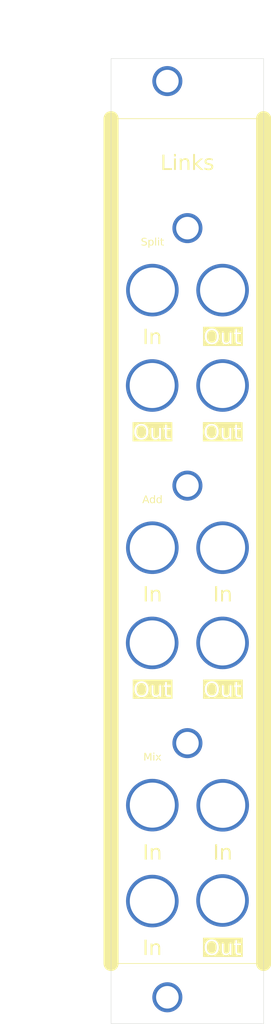
<source format=kicad_pcb>
(kicad_pcb
	(version 20240108)
	(generator "pcbnew")
	(generator_version "8.0")
	(general
		(thickness 1.6)
		(legacy_teardrops no)
	)
	(paper "A4")
	(layers
		(0 "F.Cu" signal)
		(31 "B.Cu" signal)
		(32 "B.Adhes" user "B.Adhesive")
		(33 "F.Adhes" user "F.Adhesive")
		(34 "B.Paste" user)
		(35 "F.Paste" user)
		(36 "B.SilkS" user "B.Silkscreen")
		(37 "F.SilkS" user "F.Silkscreen")
		(38 "B.Mask" user)
		(39 "F.Mask" user)
		(40 "Dwgs.User" user "User.Drawings")
		(41 "Cmts.User" user "User.Comments")
		(42 "Eco1.User" user "User.Eco1")
		(43 "Eco2.User" user "User.Eco2")
		(44 "Edge.Cuts" user)
		(45 "Margin" user)
		(46 "B.CrtYd" user "B.Courtyard")
		(47 "F.CrtYd" user "F.Courtyard")
		(48 "B.Fab" user)
		(49 "F.Fab" user)
		(50 "User.1" user)
		(51 "User.2" user)
		(52 "User.3" user)
		(53 "User.4" user)
		(54 "User.5" user)
		(55 "User.6" user)
		(56 "User.7" user)
		(57 "User.8" user)
		(58 "User.9" user)
	)
	(setup
		(pad_to_mask_clearance 0)
		(allow_soldermask_bridges_in_footprints no)
		(grid_origin 131.872502 117.552502)
		(pcbplotparams
			(layerselection 0x00010a8_7fffffff)
			(plot_on_all_layers_selection 0x0000000_00000000)
			(disableapertmacros no)
			(usegerberextensions no)
			(usegerberattributes yes)
			(usegerberadvancedattributes yes)
			(creategerberjobfile yes)
			(dashed_line_dash_ratio 12.000000)
			(dashed_line_gap_ratio 3.000000)
			(svgprecision 6)
			(plotframeref no)
			(viasonmask no)
			(mode 1)
			(useauxorigin no)
			(hpglpennumber 1)
			(hpglpenspeed 20)
			(hpglpendiameter 15.000000)
			(pdf_front_fp_property_popups yes)
			(pdf_back_fp_property_popups yes)
			(dxfpolygonmode yes)
			(dxfimperialunits yes)
			(dxfusepcbnewfont yes)
			(psnegative no)
			(psa4output no)
			(plotreference yes)
			(plotvalue yes)
			(plotfptext yes)
			(plotinvisibletext no)
			(sketchpadsonfab no)
			(subtractmaskfromsilk no)
			(outputformat 1)
			(mirror no)
			(drillshape 0)
			(scaleselection 1)
			(outputdirectory "production/")
		)
	)
	(net 0 "")
	(net 1 "GND")
	(gr_line
		(start 59.59 51.25)
		(end 59.59 163.75)
		(stroke
			(width 2)
			(type default)
		)
		(layer "F.SilkS")
		(uuid "4035661b-bbb1-4f99-8439-4d5a0b1995f6")
	)
	(gr_line
		(start 59.59 51.25)
		(end 79.91 51.25)
		(stroke
			(width 0.1)
			(type default)
		)
		(layer "F.SilkS")
		(uuid "91e1baa8-23c7-46ac-8801-4c40605d2601")
	)
	(gr_line
		(start 59.59 163.75)
		(end 79.91 163.75)
		(stroke
			(width 0.1)
			(type default)
		)
		(layer "F.SilkS")
		(uuid "930685c8-aac4-4dce-9683-0ccd269ad25d")
	)
	(gr_line
		(start 79.91 51.25)
		(end 79.91 163.75)
		(stroke
			(width 2)
			(type default)
		)
		(layer "F.SilkS")
		(uuid "b48d1212-ff5d-4aa3-8ae2-a964769e662e")
	)
	(gr_rect
		(start 59.59 43.25)
		(end 79.91 171.75)
		(stroke
			(width 0.05)
			(type default)
		)
		(fill none)
		(layer "Edge.Cuts")
		(uuid "f4069730-9e4b-4b64-afc7-37b064890cad")
	)
	(gr_line
		(start 59.59 43.25)
		(end 79.91 171.75)
		(stroke
			(width 0.1)
			(type default)
		)
		(layer "User.6")
		(uuid "026e1cf2-5475-4b37-8bb5-0a56a441654d")
	)
	(gr_line
		(start 65.069343 133.7625)
		(end 74.444343 121.0625)
		(stroke
			(width 0.1)
			(type default)
		)
		(layer "User.6")
		(uuid "138bbf13-64e4-43f6-bacc-df5dd2cceeb0")
	)
	(gr_circle
		(center 65.087502 108.383802)
		(end 64.462502 110.433802)
		(stroke
			(width 0.1)
			(type default)
		)
		(fill none)
		(layer "User.6")
		(uuid "1b665e95-ef55-44e3-a7b5-c2ef911df52d")
	)
	(gr_line
		(start 65.094345 74.083802)
		(end 74.469345 61.383802)
		(stroke
			(width 0.1)
			(type default)
		)
		(layer "User.6")
		(uuid "1b7e42bd-f729-435e-8657-e3ebc974687d")
	)
	(gr_line
		(start 65.112502 95.683802)
		(end 74.462502 108.383802)
		(stroke
			(width 0.1)
			(type default)
		)
		(layer "User.6")
		(uuid "241dde0a-33dd-489a-b700-bc3ccc1b686a")
	)
	(gr_line
		(start 69.731845 93.133802)
		(end 74.419345 93.133802)
		(stroke
			(width 0.1)
			(type default)
		)
		(layer "User.6")
		(uuid "2e05f930-8dd1-4970-a3e5-497916e0bd32")
	)
	(gr_circle
		(center 65.0875 142.6625)
		(end 64.4625 144.7125)
		(stroke
			(width 0.1)
			(type default)
		)
		(fill none)
		(layer "User.6")
		(uuid "345fd10e-4633-4ce4-a1a0-cb3c014ec6ab")
	)
	(gr_line
		(start 65.069345 86.783802)
		(end 74.444345 74.083802)
		(stroke
			(width 0.1)
			(type default)
		)
		(layer "User.6")
		(uuid "3bff1b9a-3ddf-4b58-bbce-a8509ba7db9f")
	)
	(gr_line
		(start 65.044345 99.483802)
		(end 74.419345 86.783802)
		(stroke
			(width 0.1)
			(type default)
		)
		(layer "User.6")
		(uuid "3e47e38b-3c27-49eb-b077-7ece9424132a")
	)
	(gr_circle
		(center 69.762502 134.408802)
		(end 71.262502 134.283802)
		(stroke
			(width 0.1)
			(type default)
		)
		(fill solid)
		(layer "User.6")
		(uuid "42f536fc-17d4-4a92-8e9f-14271cb47bc0")
	)
	(gr_line
		(start 69.756845 80.433802)
		(end 74.444345 80.433802)
		(stroke
			(width 0.1)
			(type default)
		)
		(layer "User.6")
		(uuid "487b931c-efdd-4b20-8d01-c747cfbb489a")
	)
	(gr_line
		(start 65.094345 74.083802)
		(end 65.069345 86.783802)
		(stroke
			(width 0.1)
			(type default)
		)
		(layer "User.6")
		(uuid "5445ae05-d1c9-42b5-8b01-9daf2a4ad0e6")
	)
	(gr_line
		(start 65.1125 129.9625)
		(end 74.4625 142.6625)
		(stroke
			(width 0.1)
			(type default)
		)
		(layer "User.6")
		(uuid "5c4853aa-9526-4710-a2a8-c9d581223554")
	)
	(gr_circle
		(center 74.437502 155.358802)
		(end 73.812502 157.408802)
		(stroke
			(width 0.1)
			(type default)
		)
		(fill none)
		(layer "User.6")
		(uuid "60bd3c9c-ce98-4150-b94b-879e8245f787")
	)
	(gr_line
		(start 65.094343 121.0625)
		(end 74.444343 133.7625)
		(stroke
			(width 0.1)
			(type default)
		)
		(layer "User.6")
		(uuid "6465df16-6661-47bb-9e4a-24477911c655")
	)
	(gr_line
		(start 65.119345 61.383802)
		(end 79.91 43.25)
		(stroke
			(width 0.1)
			(type default)
		)
		(layer "User.6")
		(uuid "6686280d-6f34-43ee-bb89-500c338000f1")
	)
	(gr_line
		(start 65.0875 155.4375)
		(end 74.4375 168.1375)
		(stroke
			(width 0.1)
			(type default)
		)
		(layer "User.6")
		(uuid "6a141e38-9a47-4af3-805a-a28480106883")
	)
	(gr_circle
		(center 69.762502 100.118802)
		(end 71.262502 99.993802)
		(stroke
			(width 0.1)
			(type default)
		)
		(fill solid)
		(layer "User.6")
		(uuid "6f10188d-a433-4f52-9702-6ea73aa8d8f7")
	)
	(gr_line
		(start 65.094345 74.083802)
		(end 74.444345 86.783802)
		(stroke
			(width 0.1)
			(type default)
		)
		(layer "User.6")
		(uuid "7a539a41-a544-4a4b-a5f6-98ad0053d2a6")
	)
	(gr_line
		(start 60.2375 161.7125)
		(end 79.2625 53.2875)
		(stroke
			(width 0.1)
			(type default)
		)
		(layer "User.6")
		(uuid "7b2a91c1-e407-4d02-a046-2e69de198c88")
	)
	(gr_line
		(start 59.59 171.75)
		(end 79.91 43.25)
		(stroke
			(width 0.1)
			(type default)
		)
		(layer "User.6")
		(uuid "7d84f799-e7ce-48df-a8f6-c00a4595c75f")
	)
	(gr_line
		(start 79.91 43.25)
		(end 59.59 43.25)
		(stroke
			(width 0.1)
			(type default)
		)
		(layer "User.6")
		(uuid "7ec8f0ab-5a9f-4913-a438-c9ccd322b957")
	)
	(gr_circle
		(center 74.444343 121.0625)
		(end 73.819343 123.1125)
		(stroke
			(width 0.1)
			(type default)
		)
		(fill none)
		(layer "User.6")
		(uuid "83f85414-2a46-480c-aa0d-95cc2d74b815")
	)
	(gr_line
		(start 74.444345 86.783802)
		(end 74.444345 74.083802)
		(stroke
			(width 0.1)
			(type default)
		)
		(layer "User.6")
		(uuid "89350590-7f1a-44a1-8862-7b85c0e62876")
	)
	(gr_circle
		(center 74.444345 74.083802)
		(end 73.819345 76.133802)
		(stroke
			(width 0.1)
			(type default)
		)
		(fill none)
		(layer "User.6")
		(uuid "8997ca4f-6d00-4b6e-9c65-361e9259ca72")
	)
	(gr_line
		(start 69.769345 80.433802)
		(end 65.081845 80.433802)
		(stroke
			(width 0.1)
			(type default)
		)
		(layer "User.6")
		(uuid "90ae7fac-08e8-4540-9964-0c3e6bcb33a7")
	)
	(gr_line
		(start 69.744345 93.133802)
		(end 65.056845 93.133802)
		(stroke
			(width 0.1)
			(type default)
		)
		(layer "User.6")
		(uuid "93d87523-541d-4832-8185-49dadc49a950")
	)
	(gr_line
		(start 65.0625 168.1375)
		(end 74.4375 155.4375)
		(stroke
			(width 0.1)
			(type default)
		)
		(layer "User.6")
		(uuid "9678ce8b-2897-4248-a9a3-fcfcc715114d")
	)
	(gr_circle
		(center 65.0875 155.4375)
		(end 64.4625 157.4875)
		(stroke
			(width 0.1)
			(type default)
		)
		(fill none)
		(layer "User.6")
		(uuid "9b595a01-9c89-49b5-bf6a-cf223441bbff")
	)
	(gr_circle
		(center 74.462502 142.683802)
		(end 73.837502 144.733802)
		(stroke
			(width 0.1)
			(type default)
		)
		(fill none)
		(layer "User.6")
		(uuid "9ca79c11-4c0c-4ab0-a00c-82b2df995d7f")
	)
	(gr_circle
		(center 65.069345 86.783802)
		(end 64.444345 88.833802)
		(stroke
			(width 0.1)
			(type default)
		)
		(fill none)
		(layer "User.6")
		(uuid "9e095d32-b79b-42eb-995d-7eb2069b6c55")
	)
	(gr_line
		(start 65.069345 86.783802)
		(end 74.419345 99.483802)
		(stroke
			(width 0.1)
			(type default)
		)
		(layer "User.6")
		(uuid "afea4916-9d29-460b-b643-25c6e1e4effc")
	)
	(gr_circle
		(center 69.762502 65.828802)
		(end 71.262502 65.703802)
		(stroke
			(width 0.1)
			(type default)
		)
		(fill solid)
		(layer "User.6")
		(uuid "c1ab1b72-eb8f-49a9-ba8a-8a991b9a317b")
	)
	(gr_circle
		(center 65.069343 121.0625)
		(end 64.444343 123.1125)
		(stroke
			(width 0.1)
			(type default)
		)
		(fill none)
		(layer "User.6")
		(uuid "c3f842a1-9336-4a75-bc84-cfd525b30a56")
	)
	(gr_line
		(start 65.0875 142.6625)
		(end 74.4625 129.9625)
		(stroke
			(width 0.1)
			(type default)
		)
		(layer "User.6")
		(uuid "cadf28be-cfbc-49c5-97c7-a4280f676bec")
	)
	(gr_line
		(start 60.2375 53.2875)
		(end 79.2625 161.7125)
		(stroke
			(width 0.1)
			(type default)
		)
		(layer "User.6")
		(uuid "d913cec3-207b-4e25-bbe8-2851061b6ee1")
	)
	(gr_line
		(start 65.087502 108.383802)
		(end 74.462502 95.683802)
		(stroke
			(width 0.1)
			(type default)
		)
		(layer "User.6")
		(uuid "e4731777-7cb9-448f-9e47-7e19e28f41f6")
	)
	(gr_circle
		(center 74.444345 86.783802)
		(end 73.819345 88.833802)
		(stroke
			(width 0.1)
			(type default)
		)
		(fill none)
		(layer "User.6")
		(uuid "eb50ec1f-d5db-409c-860b-4f497aaaa640")
	)
	(gr_circle
		(center 74.444345 108.383802)
		(end 73.819345 110.433802)
		(stroke
			(width 0.1)
			(type default)
		)
		(fill none)
		(layer "User.6")
		(uuid "edf94d36-eb1a-4a2e-9f36-7b83bd999d86")
	)
	(gr_line
		(start 74.469345 61.383802)
		(end 59.59 43.25)
		(stroke
			(width 0.1)
			(type default)
		)
		(layer "User.6")
		(uuid "f32a6aca-757c-408d-9064-cae647a67ad1")
	)
	(gr_circle
		(center 65.094345 74.083802)
		(end 64.469345 76.133802)
		(stroke
			(width 0.1)
			(type default)
		)
		(fill none)
		(layer "User.6")
		(uuid "f79e76e5-c1bb-4d43-95b6-69b8ed1eb8f6")
	)
	(gr_line
		(start 65.119345 61.383802)
		(end 74.469345 74.083802)
		(stroke
			(width 0.1)
			(type default)
		)
		(layer "User.6")
		(uuid "fb96b446-d6bd-4dd9-8bfb-650a36861b15")
	)
	(gr_text "Split"
		(at 65.106845 67.733802 0)
		(layer "F.SilkS")
		(uuid "005f49d0-1ec7-4bc6-820f-51bb2224ca83")
		(effects
			(font
				(face "Dune Rise")
				(size 1 1)
				(thickness 0.15)
			)
		)
		(render_cache "Split" 0
			(polygon
				(pts
					(xy 62.472442 67.02333) (xy 63.292609 67.02333) (xy 63.292609 67.117608) (xy 62.472442 67.117608)
					(xy 62.420402 67.123667) (xy 62.373276 67.141842) (xy 62.331063 67.172134) (xy 62.32321 67.179646)
					(xy 62.290623 67.220747) (xy 62.270106 67.26681) (xy 62.261657 67.317834) (xy 62.261416 67.328634)
					(xy 62.267451 67.380602) (xy 62.285554 67.427514) (xy 62.315727 67.469369) (xy 62.32321 67.477134)
					(xy 62.36444 67.509334) (xy 62.410584 67.529608) (xy 62.461641 67.537956) (xy 62.472442 67.538194)
					(xy 62.987306 67.538194) (xy 63.040881 67.542472) (xy 63.090903 67.555305) (xy 63.137372 67.576693)
					(xy 63.180288 67.606636) (xy 63.203217 67.627587) (xy 63.238048 67.668473) (xy 63.264325 67.712912)
					(xy 63.282046 67.760904) (xy 63.291213 67.812449) (xy 63.292609 67.843498) (xy 63.288332 67.897073)
					(xy 63.275499 67.947095) (xy 63.254111 67.993564) (xy 63.224168 68.03648) (xy 63.203217 68.059409)
					(xy 63.162331 68.09424) (xy 63.117892 68.120517) (xy 63.0699 68.138238) (xy 63.018355 68.147405)
					(xy 62.987306 68.148802) (xy 62.167138 68.148802) (xy 62.167138 68.054524) (xy 62.987306 68.054524)
					(xy 63.039322 68.048489) (xy 63.086377 68.030386) (xy 63.128471 68.000213) (xy 63.136294 67.99273)
					(xy 63.169009 67.9515) (xy 63.189608 67.905356) (xy 63.198089 67.854299) (xy 63.198332 67.843498)
					(xy 63.192273 67.791553) (xy 63.174098 67.744713) (xy 63.143806 67.702977) (xy 63.136294 67.695243)
					(xy 63.095193 67.662914) (xy 63.04913 67.642559) (xy 62.998106 67.634177) (xy 62.987306 67.633938)
					(xy 62.472442 67.633938) (xy 62.418867 67.62966) (xy 62.368845 67.616827) (xy 62.322376 67.595439)
					(xy 62.27946 67.565496) (xy 62.256531 67.544545) (xy 62.221699 67.503659) (xy 62.195423 67.45922)
					(xy 62.177701 67.411228) (xy 62.168535 67.359683) (xy 62.167138 67.328634) (xy 62.171416 67.275059)
					(xy 62.184249 67.225037) (xy 62.205637 67.178568) (xy 62.23558 67.135652) (xy 62.256531 67.112723)
					(xy 62.297417 67.077892) (xy 62.341856 67.051615) (xy 62.389848 67.033893) (xy 62.441393 67.024727)
				)
			)
			(polygon
				(pts
					(xy 64.440881 67.027608) (xy 64.490903 67.040441) (xy 64.537372 67.061829) (xy 64.580288 67.091772)
					(xy 64.603217 67.112723) (xy 64.638048 67.153609) (xy 64.664325 67.198048) (xy 64.682046 67.24604)
					(xy 64.691213 67.297585) (xy 64.692609 67.328634) (xy 64.688332 67.382209) (xy 64.675499 67.432231)
					(xy 64.654111 67.4787) (xy 64.624168 67.521616) (xy 64.603217 67.544545) (xy 64.562331 67.579376)
					(xy 64.517892 67.605653) (xy 64.4699 67.623375) (xy 64.418355 67.632541) (xy 64.387306 67.633938)
					(xy 63.661416 67.633938) (xy 63.661416 68.148802) (xy 63.567138 68.148802) (xy 63.567138 67.538194)
					(xy 63.661416 67.538194) (xy 64.387306 67.538194) (xy 64.435258 67.527795) (xy 64.469616 67.511572)
					(xy 64.510508 67.483389) (xy 64.54555 67.448846) (xy 64.558276 67.433414) (xy 64.58421 67.391377)
					(xy 64.597706 67.341972) (xy 64.598332 67.328634) (xy 64.592273 67.276618) (xy 64.574098 67.229563)
					(xy 64.543806 67.187469) (xy 64.536294 67.179646) (xy 64.495193 67.146931) (xy 64.44913 67.126332)
					(xy 64.398106 67.117851) (xy 64.387306 67.117608) (xy 63.661416 67.117608) (xy 63.661416 67.538194)
					(xy 63.567138 67.538194) (xy 63.567138 67.02333) (xy 64.387306 67.02333)
				)
			)
			(polygon
				(pts
					(xy 65.787306 68.054524) (xy 66.008101 68.054524) (xy 66.092609 68.054524) (xy 66.092609 68.148802)
					(xy 65.787306 68.148802) (xy 64.967138 68.148802) (xy 64.967138 68.075529) (xy 64.967138 68.054524)
					(xy 64.967138 67.02333) (xy 65.061416 67.02333) (xy 65.061416 68.054524)
				)
			)
			(polygon
				(pts
					(xy 66.649972 67.117608) (xy 66.555694 67.117608) (xy 66.555694 68.054524) (xy 66.649972 68.054524)
					(xy 66.649972 68.148802) (xy 66.367138 68.148802) (xy 66.367138 68.054524) (xy 66.461416 68.054524)
					(xy 66.461416 67.117608) (xy 66.367138 67.117608) (xy 66.367138 67.02333) (xy 66.649972 67.02333)
				)
			)
			(polygon
				(pts
					(xy 66.92792 67.117608) (xy 66.92792 67.02333) (xy 68.053391 67.02333) (xy 68.053391 67.117608)
					(xy 67.538527 67.117608) (xy 67.538527 68.148802) (xy 67.442784 68.148802) (xy 67.442784 67.117608)
				)
			)
		)
	)
	(gr_text "Links"
		(at 69.747502 57.252502 0)
		(layer "F.SilkS")
		(uuid "050691f6-c499-4f8e-abe4-4bf787a2a35a")
		(effects
			(font
				(face "Dune Rise")
				(size 2 2)
				(thickness 0.15)
			)
		)
		(render_cache "Links" 0
			(polygon
				(pts
					(xy 65.508423 57.893946) (xy 65.950014 57.893946) (xy 66.11903 57.893946) (xy 66.11903 58.082502)
					(xy 65.508423 58.082502) (xy 63.868088 58.082502) (xy 63.868088 57.935956) (xy 63.868088 57.893946)
					(xy 63.868088 55.831559) (xy 64.056644 55.831559) (xy 64.056644 57.893946)
				)
			)
			(polygon
				(pts
					(xy 67.233755 56.020115) (xy 67.045199 56.020115) (xy 67.045199 57.893946) (xy 67.233755 57.893946)
					(xy 67.233755 58.082502) (xy 66.668088 58.082502) (xy 66.668088 57.893946) (xy 66.856644 57.893946)
					(xy 66.856644 56.020115) (xy 66.668088 56.020115) (xy 66.668088 55.831559) (xy 67.233755 55.831559)
				)
			)
			(polygon
				(pts
					(xy 68.118891 56.160799) (xy 68.203353 56.083633) (xy 68.29212 56.016757) (xy 68.385192 55.960169)
					(xy 68.482568 55.913869) (xy 68.58425 55.877859) (xy 68.690236 55.852137) (xy 68.800527 55.836704)
					(xy 68.915122 55.831559) (xy 69.029718 55.836704) (xy 69.140009 55.852137) (xy 69.245995 55.877859)
					(xy 69.347677 55.913869) (xy 69.445053 55.960169) (xy 69.538125 56.016757) (xy 69.626892 56.083633)
					(xy 69.711354 56.160799) (xy 69.78852 56.245261) (xy 69.855396 56.334028) (xy 69.911984 56.4271)
					(xy 69.958284 56.524476) (xy 69.994294 56.626158) (xy 70.020016 56.732144) (xy 70.035449 56.842435)
					(xy 70.040593 56.95703) (xy 70.040593 58.082502) (xy 69.852038 58.082502) (xy 69.852038 56.95703)
					(xy 69.846031 56.848081) (xy 69.828009 56.742637) (xy 69.797972 56.640699) (xy 69.755921 56.542268)
					(xy 69.726497 56.487596) (xy 69.667392 56.397102) (xy 69.599499 56.315397) (xy 69.522816 56.242481)
					(xy 69.437344 56.178354) (xy 69.384557 56.145656) (xy 69.288129 56.096739) (xy 69.188195 56.059837)
					(xy 69.084755 56.034949) (xy 68.977809 56.022076) (xy 68.915122 56.020115) (xy 68.806149 56.026122)
					(xy 68.700635 56.044144) (xy 68.598581 56.074181) (xy 68.499986 56.116232) (xy 68.445199 56.145656)
					(xy 68.354872 56.204761) (xy 68.273241 56.272654) (xy 68.200305 56.349337) (xy 68.136064 56.434809)
					(xy 68.103259 56.487596) (xy 68.054533 56.584023) (xy 68.017774 56.683957) (xy 67.992984 56.787398)
					(xy 67.980161 56.894344) (xy 67.978207 56.95703) (xy 67.978207 58.082502) (xy 67.789651 58.082502)
					(xy 67.789651 56.95703) (xy 67.794796 56.842435) (xy 67.810229 56.732144) (xy 67.835951 56.626158)
					(xy 67.871961 56.524476) (xy 67.918261 56.4271) (xy 67.974849 56.334028) (xy 68.041725 56.245261)
				)
			)
			(polygon
				(pts
					(xy 72.547991 55.831559) (xy 72.840593 55.831559) (xy 71.504097 56.95703) (xy 72.840593 58.082502)
					(xy 72.547991 58.082502) (xy 71.355108 57.080617) (xy 70.778207 57.567638) (xy 70.778207 58.082502)
					(xy 70.589651 58.082502) (xy 70.589651 57.72493) (xy 70.589651 57.477756) (xy 70.589651 55.831559)
					(xy 70.778207 55.831559) (xy 70.778207 57.319975)
				)
			)
			(polygon
				(pts
					(xy 74.000259 55.831559) (xy 75.640593 55.831559) (xy 75.640593 56.020115) (xy 74.000259 56.020115)
					(xy 73.896179 56.032232) (xy 73.801926 56.068582) (xy 73.7175 56.129166) (xy 73.701794 56.14419)
					(xy 73.636621 56.226393) (xy 73.595586 56.318519) (xy 73.57869 56.420566) (xy 73.578207 56.442167)
					(xy 73.590276 56.546103) (xy 73.626483 56.639927) (xy 73.686828 56.723637) (xy 73.701794 56.739166)
					(xy 73.784254 56.803566) (xy 73.876542 56.844114) (xy 73.978656 56.86081) (xy 74.000259 56.861287)
					(xy 75.029986 56.861287) (xy 75.137136 56.869842) (xy 75.237181 56.895508) (xy 75.330119 56.938284)
					(xy 75.415951 56.99817) (xy 75.461808 57.040073) (xy 75.531471 57.121845) (xy 75.584025 57.210722)
					(xy 75.619467 57.306706) (xy 75.6378 57.409796) (xy 75.640593 57.471894) (xy 75.632038 57.579044)
					(xy 75.606373 57.679089) (xy 75.563597 57.772027) (xy 75.503711 57.857859) (xy 75.461808 57.903716)
					(xy 75.380036 57.973379) (xy 75.291158 58.025933) (xy 75.195175 58.061375) (xy 75.092085 58.079708)
					(xy 75.029986 58.082502) (xy 73.389651 58.082502) (xy 73.389651 57.893946) (xy 75.029986 57.893946)
					(xy 75.134019 57.881877) (xy 75.228128 57.84567) (xy 75.312316 57.785325) (xy 75.327963 57.770359)
					(xy 75.393393 57.687899) (xy 75.43459 57.595611) (xy 75.451553 57.493497) (xy 75.452038 57.471894)
					(xy 75.439921 57.368005) (xy 75.403571 57.274325) (xy 75.342987 57.190853) (xy 75.327963 57.175384)
					(xy 75.24576 57.110726) (xy 75.153634 57.070016) (xy 75.051587 57.053253) (xy 75.029986 57.052774)
					(xy 74.000259 57.052774) (xy 73.893108 57.044218) (xy 73.793064 57.018553) (xy 73.700126 56.975777)
					(xy 73.614294 56.915891) (xy 73.568437 56.873988) (xy 73.498774 56.792216) (xy 73.44622 56.703338)
					(xy 73.410777 56.607355) (xy 73.392445 56.504265) (xy 73.389651 56.442167) (xy 73.398207 56.335016)
					(xy 73.423872 56.234972) (xy 73.466648 56.142034) (xy 73.526534 56.056202) (xy 73.568437 56.010345)
					(xy 73.650209 55.940682) (xy 73.739087 55.888128) (xy 73.83507 55.852685) (xy 73.93816 55.834353)
				)
			)
		)
	)
	(gr_text "Mix"
		(at 65.1 136.3125 0)
		(layer "F.SilkS")
		(uuid "079ea918-5c0a-4a00-82c6-bd534e6484f5")
		(effects
			(font
				(face "Dune Rise")
				(size 1 1)
				(thickness 0.15)
			)
		)
		(render_cache "Mix" 0
			(polygon
				(pts
					(xy 64.42882 135.602028) (xy 64.482146 135.605669) (xy 64.532398 135.616591) (xy 64.579576 135.634795)
					(xy 64.62368 135.66028) (xy 64.66471 135.693047) (xy 64.677704 135.705587) (xy 64.712649 135.74579)
					(xy 64.740363 135.788912) (xy 64.760848 135.834954) (xy 64.774103 135.883915) (xy 64.780128 135.935796)
					(xy 64.78053 135.953738) (xy 64.78053 136.7275) (xy 64.686252 136.7275) (xy 64.686252 135.953738)
					(xy 64.68155 135.902829) (xy 64.667445 135.855614) (xy 64.643937 135.812093) (xy 64.611025 135.772266)
					(xy 64.571427 135.739033) (xy 64.527861 135.715296) (xy 64.480325 135.701054) (xy 64.42882 135.696306)
					(xy 64.377315 135.701054) (xy 64.32978 135.715296) (xy 64.286213 135.739033) (xy 64.246615 135.772266)
					(xy 64.213703 135.812093) (xy 64.190195 135.855614) (xy 64.17609 135.902829) (xy 64.171388 135.953738)
					(xy 64.171388 136.7275) (xy 64.07711 136.7275) (xy 64.07711 135.953738) (xy 64.072363 135.902829)
					(xy 64.058121 135.855614) (xy 64.034383 135.812093) (xy 64.001151 135.772266) (xy 63.961278 135.739033)
					(xy 63.91762 135.715296) (xy 63.870176 135.701054) (xy 63.818946 135.696306) (xy 63.767716 135.701054)
					(xy 63.720272 135.715296) (xy 63.676613 135.739033) (xy 63.636741 135.772266) (xy 63.603508 135.812093)
					(xy 63.579771 135.855614) (xy 63.565529 135.902829) (xy 63.560781 135.953738) (xy 63.560781 136.7275)
					(xy 63.466503 136.7275) (xy 63.466503 135.953738) (xy 63.470136 135.900884) (xy 63.481032 135.85095)
					(xy 63.499193 135.803935) (xy 63.524618 135.75984) (xy 63.557307 135.718664) (xy 63.569818 135.705587)
					(xy 63.610104 135.670394) (xy 63.653292 135.642481) (xy 63.699382 135.62185) (xy 63.748375 135.608501)
					(xy 63.80027 135.602433) (xy 63.818213 135.602028) (xy 63.87148 135.605815) (xy 63.922198 135.617175)
					(xy 63.970364 135.636109) (xy 63.996022 135.6499) (xy 64.038891 135.679494) (xy 64.076273 135.71442)
					(xy 64.108168 135.754679) (xy 64.123517 135.779349) (xy 64.152402 135.736128) (xy 64.186852 135.698239)
					(xy 64.226866 135.665683) (xy 64.2515 135.6499) (xy 64.298508 135.626759) (xy 64.347756 135.611191)
					(xy 64.399246 135.603197)
				)
			)
			(polygon
				(pts
					(xy 65.336915 135.696306) (xy 65.242637 135.696306) (xy 65.242637 136.633222) (xy 65.336915 136.633222)
					(xy 65.336915 136.7275) (xy 65.054082 136.7275) (xy 65.054082 136.633222) (xy 65.14836 136.633222)
					(xy 65.14836 135.696306) (xy 65.054082 135.696306) (xy 65.054082 135.602028) (xy 65.336915 135.602028)
				)
			)
			(polygon
				(pts
					(xy 66.606734 135.602028) (xy 66.740335 135.602028) (xy 66.243789 136.164764) (xy 66.740335 136.7275)
					(xy 66.606734 136.7275) (xy 66.177599 136.240724) (xy 65.748464 136.7275) (xy 65.614863 136.7275)
					(xy 66.111409 136.164764) (xy 65.614863 135.602028) (xy 65.748464 135.602028) (xy 66.177599 136.088804)
				)
			)
		)
	)
	(gr_text "In"
		(at 74.4625 149.0875 0)
		(layer "F.SilkS")
		(uuid "13eed065-7308-432f-aadf-bf3d9bbc9f13")
		(effects
			(font
				(face "Dune Rise")
				(size 2 2)
				(thickness 0.15)
			)
		)
		(render_cache "In" 0
			(polygon
				(pts
					(xy 72.970664 149.9175) (xy 72.970664 147.666557) (xy 73.15922 147.666557) (xy 73.15922 149.9175)
				)
			)
			(polygon
				(pts
					(xy 74.04631 147.995797) (xy 74.130772 147.918631) (xy 74.219539 147.851755) (xy 74.312611 147.795167)
					(xy 74.409987 147.748867) (xy 74.511669 147.712857) (xy 74.617655 147.687135) (xy 74.727946 147.671702)
					(xy 74.842541 147.666557) (xy 74.957137 147.671702) (xy 75.067428 147.687135) (xy 75.173414 147.712857)
					(xy 75.275096 147.748867) (xy 75.372472 147.795167) (xy 75.465544 147.851755) (xy 75.554311 147.918631)
					(xy 75.638773 147.995797) (xy 75.715939 148.080259) (xy 75.782815 148.169026) (xy 75.839403 148.262098)
					(xy 75.885703 148.359474) (xy 75.921713 148.461156) (xy 75.947435 148.567142) (xy 75.962868 148.677433)
					(xy 75.968012 148.792028) (xy 75.968012 149.9175) (xy 75.779457 149.9175) (xy 75.779457 148.792028)
					(xy 75.77345 148.683079) (xy 75.755428 148.577635) (xy 75.725391 148.475697) (xy 75.68334 148.377266)
					(xy 75.653916 148.322594) (xy 75.594811 148.2321) (xy 75.526918 148.150395) (xy 75.450235 148.077479)
					(xy 75.364763 148.013352) (xy 75.311976 147.980654) (xy 75.215548 147.931737) (xy 75.115614 147.894835)
					(xy 75.012174 147.869947) (xy 74.905228 147.857074) (xy 74.842541 147.855113) (xy 74.733568 147.86112)
					(xy 74.628054 147.879142) (xy 74.526 147.909179) (xy 74.427405 147.95123) (xy 74.372618 147.980654)
					(xy 74.282291 148.039759) (xy 74.20066 148.107652) (xy 74.127724 148.184335) (xy 74.063483 148.269807)
					(xy 74.030678 148.322594) (xy 73.981952 148.419021) (xy 73.945193 148.518955) (xy 73.920403 148.622396)
					(xy 73.90758 148.729342) (xy 73.905626 148.792028) (xy 73.905626 149.9175) (xy 73.71707 149.9175)
					(xy 73.71707 148.792028) (xy 73.722215 148.677433) (xy 73.737648 148.567142) (xy 73.76337 148.461156)
					(xy 73.79938 148.359474) (xy 73.84568 148.262098) (xy 73.902268 148.169026) (xy 73.969144 148.080259)
				)
			)
		)
	)
	(gr_text "In"
		(at 65.081845 80.433802 0)
		(layer "F.SilkS")
		(uuid "2c32d31b-7163-4da2-bd85-d694263a77bf")
		(effects
			(font
				(face "Dune Rise")
				(size 2 2)
				(thickness 0.15)
			)
		)
		(render_cache "In" 0
			(polygon
				(pts
					(xy 63.590009 81.263802) (xy 63.590009 79.012859) (xy 63.778565 79.012859) (xy 63.778565 81.263802)
				)
			)
			(polygon
				(pts
					(xy 64.665655 79.342099) (xy 64.750117 79.264933) (xy 64.838884 79.198057) (xy 64.931956 79.141469)
					(xy 65.029332 79.095169) (xy 65.131014 79.059159) (xy 65.237 79.033437) (xy 65.347291 79.018004)
					(xy 65.461886 79.012859) (xy 65.576482 79.018004) (xy 65.686773 79.033437) (xy 65.792759 79.059159)
					(xy 65.894441 79.095169) (xy 65.991817 79.141469) (xy 66.084889 79.198057) (xy 66.173656 79.264933)
					(xy 66.258118 79.342099) (xy 66.335284 79.426561) (xy 66.40216 79.515328) (xy 66.458748 79.6084)
					(xy 66.505048 79.705776) (xy 66.541058 79.807458) (xy 66.56678 79.913444) (xy 66.582213 80.023735)
					(xy 66.587357 80.13833) (xy 66.587357 81.263802) (xy 66.398802 81.263802) (xy 66.398802 80.13833)
					(xy 66.392795 80.029381) (xy 66.374773 79.923937) (xy 66.344736 79.821999) (xy 66.302685 79.723568)
					(xy 66.273261 79.668896) (xy 66.214156 79.578402) (xy 66.146263 79.496697) (xy 66.06958 79.423781)
					(xy 65.984108 79.359654) (xy 65.931321 79.326956) (xy 65.834893 79.278039) (xy 65.734959 79.241137)
					(xy 65.631519 79.216249) (xy 65.524573 79.203376) (xy 65.461886 79.201415) (xy 65.352913 79.207422)
					(xy 65.247399 79.225444) (xy 65.145345 79.255481) (xy 65.04675 79.297532) (xy 64.991963 79.326956)
					(xy 64.901636 79.386061) (xy 64.820005 79.453954) (xy 64.747069 79.530637) (xy 64.682828 79.616109)
					(xy 64.650023 79.668896) (xy 64.601297 79.765323) (xy 64.564538 79.865257) (xy 64.539748 79.968698)
					(xy 64.526925 80.075644) (xy 64.524971 80.13833) (xy 64.524971 81.263802) (xy 64.336415 81.263802)
					(xy 64.336415 80.13833) (xy 64.34156 80.023735) (xy 64.356993 79.913444) (xy 64.382715 79.807458)
					(xy 64.418725 79.705776) (xy 64.465025 79.6084) (xy 64.521613 79.515328) (xy 64.588489 79.426561)
				)
			)
		)
	)
	(gr_text "In"
		(at 65.075 161.7875 0)
		(layer "F.SilkS")
		(uuid "4d43018a-8e6a-4ec7-aad5-6522589ead54")
		(effects
			(font
				(face "Dune Rise")
				(size 2 2)
				(thickness 0.15)
			)
		)
		(render_cache "In" 0
			(polygon
				(pts
					(xy 63.583164 162.6175) (xy 63.583164 160.366557) (xy 63.77172 160.366557) (xy 63.77172 162.6175)
				)
			)
			(polygon
				(pts
					(xy 64.65881 160.695797) (xy 64.743272 160.618631) (xy 64.832039 160.551755) (xy 64.925111 160.495167)
					(xy 65.022487 160.448867) (xy 65.124169 160.412857) (xy 65.230155 160.387135) (xy 65.340446 160.371702)
					(xy 65.455041 160.366557) (xy 65.569637 160.371702) (xy 65.679928 160.387135) (xy 65.785914 160.412857)
					(xy 65.887596 160.448867) (xy 65.984972 160.495167) (xy 66.078044 160.551755) (xy 66.166811 160.618631)
					(xy 66.251273 160.695797) (xy 66.328439 160.780259) (xy 66.395315 160.869026) (xy 66.451903 160.962098)
					(xy 66.498203 161.059474) (xy 66.534213 161.161156) (xy 66.559935 161.267142) (xy 66.575368 161.377433)
					(xy 66.580512 161.492028) (xy 66.580512 162.6175) (xy 66.391957 162.6175) (xy 66.391957 161.492028)
					(xy 66.38595 161.383079) (xy 66.367928 161.277635) (xy 66.337891 161.175697) (xy 66.29584 161.077266)
					(xy 66.266416 161.022594) (xy 66.207311 160.9321) (xy 66.139418 160.850395) (xy 66.062735 160.777479)
					(xy 65.977263 160.713352) (xy 65.924476 160.680654) (xy 65.828048 160.631737) (xy 65.728114 160.594835)
					(xy 65.624674 160.569947) (xy 65.517728 160.557074) (xy 65.455041 160.555113) (xy 65.346068 160.56112)
					(xy 65.240554 160.579142) (xy 65.1385 160.609179) (xy 65.039905 160.65123) (xy 64.985118 160.680654)
					(xy 64.894791 160.739759) (xy 64.81316 160.807652) (xy 64.740224 160.884335) (xy 64.675983 160.969807)
					(xy 64.643178 161.022594) (xy 64.594452 161.119021) (xy 64.557693 161.218955) (xy 64.532903 161.322396)
					(xy 64.52008 161.429342) (xy 64.518126 161.492028) (xy 64.518126 162.6175) (xy 64.32957 162.6175)
					(xy 64.32957 161.492028) (xy 64.334715 161.377433) (xy 64.350148 161.267142) (xy 64.37587 161.161156)
					(xy 64.41188 161.059474) (xy 64.45818 160.962098) (xy 64.514768 160.869026) (xy 64.581644 160.780259)
				)
			)
		)
	)
	(gr_text "Out"
		(at 74.419345 93.133802 0)
		(layer "F.SilkS" knockout)
		(uuid "52167504-4845-46e1-8901-55e8bb4fb9a0")
		(effects
			(font
				(face "Dune Rise")
				(size 2 2)
				(thickness 0.25)
			)
		)
		(render_cache "Out" 0
			(polygon
				(pts
					(xy 71.740779 91.718004) (xy 71.85107 91.733437) (xy 71.957056 91.759159) (xy 72.058737 91.795169)
					(xy 72.156114 91.841469) (xy 72.249186 91.898057) (xy 72.337953 91.964933) (xy 72.422415 92.042099)
					(xy 72.49958 92.126561) (xy 72.566457 92.215328) (xy 72.623045 92.3084) (xy 72.669345 92.405776)
					(xy 72.705355 92.507458) (xy 72.731077 92.613444) (xy 72.74651 92.723735) (xy 72.751654 92.83833)
					(xy 72.74651 92.952926) (xy 72.731077 93.063217) (xy 72.705355 93.169203) (xy 72.669345 93.270885)
					(xy 72.623045 93.368261) (xy 72.566457 93.461333) (xy 72.49958 93.5501) (xy 72.422415 93.634562)
					(xy 72.337953 93.711728) (xy 72.249186 93.778604) (xy 72.156114 93.835192) (xy 72.058737 93.881492)
					(xy 71.957056 93.917502) (xy 71.85107 93.943224) (xy 71.740779 93.958657) (xy 71.626183 93.963802)
					(xy 71.511588 93.958657) (xy 71.401297 93.943224) (xy 71.295311 93.917502) (xy 71.193629 93.881492)
					(xy 71.096253 93.835192) (xy 71.003181 93.778604) (xy 70.914414 93.711728) (xy 70.829952 93.634562)
					(xy 70.752786 93.5501) (xy 70.685909 93.461333) (xy 70.629321 93.368261) (xy 70.583022 93.270885)
					(xy 70.547012 93.169203) (xy 70.52129 93.063217) (xy 70.505857 92.952926) (xy 70.500712 92.83833)
					(xy 70.689268 92.83833) (xy 70.695252 92.947304) (xy 70.713204 93.052818) (xy 70.743123 93.154872)
					(xy 70.785011 93.253467) (xy 70.81432 93.308254) (xy 70.873592 93.398581) (xy 70.941559 93.480212)
					(xy 71.018222 93.553148) (xy 71.10358 93.617389) (xy 71.15626 93.650194) (xy 71.252878 93.69892)
					(xy 71.352956 93.735679) (xy 71.456493 93.760469) (xy 71.563489 93.773292) (xy 71.626183 93.775246)
					(xy 71.735133 93.769262) (xy 71.840577 93.75131) (xy 71.942515 93.72139) (xy 72.040946 93.679503)
					(xy 72.095618 93.650194) (xy 72.186112 93.590922) (xy 72.267817 93.522955) (xy 72.340733 93.446292)
					(xy 72.40486 93.360934) (xy 72.437558 93.308254) (xy 72.486475 93.211636) (xy 72.523377 93.111558)
					(xy 72.548264 93.008021) (xy 72.561137 92.901025) (xy 72.563099 92.83833) (xy 72.557092 92.729381)
					(xy 72.53907 92.623937) (xy 72.509033 92.521999) (xy 72.466982 92.423568) (xy 72.437558 92.368896)
					(xy 72.378453 92.278402) (xy 72.310559 92.196697) (xy 72.233877 92.123781) (xy 72.148405 92.059654)
					(xy 72.095618 92.026956) (xy 71.99919 91.978039) (xy 71.899256 91.941137) (xy 71.795816 91.916249)
					(xy 71.68887 91.903376) (xy 71.626183 91.901415) (xy 71.51721 91.907422) (xy 71.411696 91.925444)
					(xy 71.309642 91.955481) (xy 71.211047 91.997532) (xy 71.15626 92.026956) (xy 71.065933 92.086061)
					(xy 70.984302 92.153954) (xy 70.911366 92.230637) (xy 70.847125 92.316109) (xy 70.81432 92.368896)
					(xy 70.765594 92.465323) (xy 70.728835 92.565257) (xy 70.704044 92.668698) (xy 70.691222 92.775644)
					(xy 70.689268 92.83833) (xy 70.500712 92.83833) (xy 70.505857 92.723735) (xy 70.52129 92.613444)
					(xy 70.547012 92.507458) (xy 70.583022 92.405776) (xy 70.629321 92.3084) (xy 70.685909 92.215328)
					(xy 70.752786 92.126561) (xy 70.829952 92.042099) (xy 70.914414 91.964933) (xy 71.003181 91.898057)
					(xy 71.096253 91.841469) (xy 71.193629 91.795169) (xy 71.295311 91.759159) (xy 71.401297 91.733437)
					(xy 71.511588 91.718004) (xy 71.626183 91.712859)
				)
			)
			(polygon
				(pts
					(xy 75.363099 92.83833) (xy 75.363099 91.712859) (xy 75.551654 91.712859) (xy 75.551654 92.83833)
					(xy 75.54651 92.952926) (xy 75.531077 93.063217) (xy 75.505355 93.169203) (xy 75.469345 93.270885)
					(xy 75.423045 93.368261) (xy 75.366457 93.461333) (xy 75.29958 93.5501) (xy 75.222415 93.634562)
					(xy 75.137953 93.711728) (xy 75.049186 93.778604) (xy 74.956114 93.835192) (xy 74.858737 93.881492)
					(xy 74.757056 93.917502) (xy 74.65107 93.943224) (xy 74.540779 93.958657) (xy 74.426183 93.963802)
					(xy 74.311588 93.958657) (xy 74.201297 93.943224) (xy 74.095311 93.917502) (xy 73.993629 93.881492)
					(xy 73.896253 93.835192) (xy 73.803181 93.778604) (xy 73.714414 93.711728) (xy 73.629952 93.634562)
					(xy 73.552786 93.5501) (xy 73.485909 93.461333) (xy 73.429321 93.368261) (xy 73.383022 93.270885)
					(xy 73.347012 93.169203) (xy 73.32129 93.063217) (xy 73.305857 92.952926) (xy 73.300712 92.83833)
					(xy 73.300712 91.712859) (xy 73.489268 91.712859) (xy 73.489268 92.83833) (xy 73.495252 92.947304)
					(xy 73.513204 93.052818) (xy 73.543123 93.154872) (xy 73.585011 93.253467) (xy 73.61432 93.308254)
					(xy 73.673592 93.398581) (xy 73.741559 93.480212) (xy 73.818222 93.553148) (xy 73.90358 93.617389)
					(xy 73.95626 93.650194) (xy 74.052878 93.69892) (xy 74.152956 93.735679) (xy 74.256493 93.760469)
					(xy 74.363489 93.773292) (xy 74.426183 93.775246) (xy 74.535133 93.769262) (xy 74.640577 93.75131)
					(xy 74.742515 93.72139) (xy 74.840946 93.679503) (xy 74.895618 93.650194) (xy 74.986112 93.590922)
					(xy 75.067817 93.522955) (xy 75.140733 93.446292) (xy 75.20486 93.360934) (xy 75.237558 93.308254)
					(xy 75.286475 93.211636) (xy 75.323377 93.111558) (xy 75.348264 93.008021) (xy 75.361137 92.901025)
				)
			)
			(polygon
				(pts
					(xy 76.100712 91.901415) (xy 76.100712 91.712859) (xy 78.351654 91.712859) (xy 78.351654 91.901415)
					(xy 77.321926 91.901415) (xy 77.321926 93.963802) (xy 77.13044 93.963802) (xy 77.13044 91.901415)
				)
			)
		)
	)
	(gr_text "In"
		(at 65.106843 114.7125 0)
		(layer "F.SilkS")
		(uuid "5620551d-fca7-4ee3-9799-9877639c434e")
		(effects
			(font
				(face "Dune Rise")
				(size 2 2)
				(thickness 0.15)
			)
		)
		(render_cache "In" 0
			(polygon
				(pts
					(xy 63.615007 115.5425) (xy 63.615007 113.291557) (xy 63.803563 113.291557) (xy 63.803563 115.5425)
				)
			)
			(polygon
				(pts
					(xy 64.690653 113.620797) (xy 64.775115 113.543631) (xy 64.863882 113.476755) (xy 64.956954 113.420167)
					(xy 65.05433 113.373867) (xy 65.156012 113.337857) (xy 65.261998 113.312135) (xy 65.372289 113.296702)
					(xy 65.486884 113.291557) (xy 65.60148 113.296702) (xy 65.711771 113.312135) (xy 65.817757 113.337857)
					(xy 65.919439 113.373867) (xy 66.016815 113.420167) (xy 66.109887 113.476755) (xy 66.198654 113.543631)
					(xy 66.283116 113.620797) (xy 66.360282 113.705259) (xy 66.427158 113.794026) (xy 66.483746 113.887098)
					(xy 66.530046 113.984474) (xy 66.566056 114.086156) (xy 66.591778 114.192142) (xy 66.607211 114.302433)
					(xy 66.612355 114.417028) (xy 66.612355 115.5425) (xy 66.4238 115.5425) (xy 66.4238 114.417028)
					(xy 66.417793 114.308079) (xy 66.399771 114.202635) (xy 66.369734 114.100697) (xy 66.327683 114.002266)
					(xy 66.298259 113.947594) (xy 66.239154 113.8571) (xy 66.171261 113.775395) (xy 66.094578 113.702479)
					(xy 66.009106 113.638352) (xy 65.956319 113.605654) (xy 65.859891 113.556737) (xy 65.759957 113.519835)
					(xy 65.656517 113.494947) (xy 65.549571 113.482074) (xy 65.486884 113.480113) (xy 65.377911 113.48612)
					(xy 65.272397 113.504142) (xy 65.170343 113.534179) (xy 65.071748 113.57623) (xy 65.016961 113.605654)
					(xy 64.926634 113.664759) (xy 64.845003 113.732652) (xy 64.772067 113.809335) (xy 64.707826 113.894807)
					(xy 64.675021 113.947594) (xy 64.626295 114.044021) (xy 64.589536 114.143955) (xy 64.564746 114.247396)
					(xy 64.551923 114.354342) (xy 64.549969 114.417028) (xy 64.549969 115.5425) (xy 64.361413 115.5425)
					(xy 64.361413 114.417028) (xy 64.366558 114.302433) (xy 64.381991 114.192142) (xy 64.407713 114.086156)
					(xy 64.443723 113.984474) (xy 64.490023 113.887098) (xy 64.546611 113.794026) (xy 64.613487 113.705259)
				)
			)
		)
	)
	(gr_text "Out"
		(at 74.444345 80.433802 0)
		(layer "F.SilkS" knockout)
		(uuid "69253c6b-4053-4290-8ab8-78d092efb3c3")
		(effects
			(font
				(face "Dune Rise")
				(size 2 2)
				(thickness 0.25)
			)
		)
		(render_cache "Out" 0
			(polygon
				(pts
					(xy 71.765779 79.018004) (xy 71.87607 79.033437) (xy 71.982056 79.059159) (xy 72.083737 79.095169)
					(xy 72.181114 79.141469) (xy 72.274186 79.198057) (xy 72.362953 79.264933) (xy 72.447415 79.342099)
					(xy 72.52458 79.426561) (xy 72.591457 79.515328) (xy 72.648045 79.6084) (xy 72.694345 79.705776)
					(xy 72.730355 79.807458) (xy 72.756077 79.913444) (xy 72.77151 80.023735) (xy 72.776654 80.13833)
					(xy 72.77151 80.252926) (xy 72.756077 80.363217) (xy 72.730355 80.469203) (xy 72.694345 80.570885)
					(xy 72.648045 80.668261) (xy 72.591457 80.761333) (xy 72.52458 80.8501) (xy 72.447415 80.934562)
					(xy 72.362953 81.011728) (xy 72.274186 81.078604) (xy 72.181114 81.135192) (xy 72.083737 81.181492)
					(xy 71.982056 81.217502) (xy 71.87607 81.243224) (xy 71.765779 81.258657) (xy 71.651183 81.263802)
					(xy 71.536588 81.258657) (xy 71.426297 81.243224) (xy 71.320311 81.217502) (xy 71.218629 81.181492)
					(xy 71.121253 81.135192) (xy 71.028181 81.078604) (xy 70.939414 81.011728) (xy 70.854952 80.934562)
					(xy 70.777786 80.8501) (xy 70.710909 80.761333) (xy 70.654321 80.668261) (xy 70.608022 80.570885)
					(xy 70.572012 80.469203) (xy 70.54629 80.363217) (xy 70.530857 80.252926) (xy 70.525712 80.13833)
					(xy 70.714268 80.13833) (xy 70.720252 80.247304) (xy 70.738204 80.352818) (xy 70.768123 80.454872)
					(xy 70.810011 80.553467) (xy 70.83932 80.608254) (xy 70.898592 80.698581) (xy 70.966559 80.780212)
					(xy 71.043222 80.853148) (xy 71.12858 80.917389) (xy 71.18126 80.950194) (xy 71.277878 80.99892)
					(xy 71.377956 81.035679) (xy 71.481493 81.060469) (xy 71.588489 81.073292) (xy 71.651183 81.075246)
					(xy 71.760133 81.069262) (xy 71.865577 81.05131) (xy 71.967515 81.02139) (xy 72.065946 80.979503)
					(xy 72.120618 80.950194) (xy 72.211112 80.890922) (xy 72.292817 80.822955) (xy 72.365733 80.746292)
					(xy 72.42986 80.660934) (xy 72.462558 80.608254) (xy 72.511475 80.511636) (xy 72.548377 80.411558)
					(xy 72.573264 80.308021) (xy 72.586137 80.201025) (xy 72.588099 80.13833) (xy 72.582092 80.029381)
					(xy 72.56407 79.923937) (xy 72.534033 79.821999) (xy 72.491982 79.723568) (xy 72.462558 79.668896)
					(xy 72.403453 79.578402) (xy 72.335559 79.496697) (xy 72.258877 79.423781) (xy 72.173405 79.359654)
					(xy 72.120618 79.326956) (xy 72.02419 79.278039) (xy 71.924256 79.241137) (xy 71.820816 79.216249)
					(xy 71.71387 79.203376) (xy 71.651183 79.201415) (xy 71.54221 79.207422) (xy 71.436696 79.225444)
					(xy 71.334642 79.255481) (xy 71.236047 79.297532) (xy 71.18126 79.326956) (xy 71.090933 79.386061)
					(xy 71.009302 79.453954) (xy 70.936366 79.530637) (xy 70.872125 79.616109) (xy 70.83932 79.668896)
					(xy 70.790594 79.765323) (xy 70.753835 79.865257) (xy 70.729044 79.968698) (xy 70.716222 80.075644)
					(xy 70.714268 80.13833) (xy 70.525712 80.13833) (xy 70.530857 80.023735) (xy 70.54629 79.913444)
					(xy 70.572012 79.807458) (xy 70.608022 79.705776) (xy 70.654321 79.6084) (xy 70.710909 79.515328)
					(xy 70.777786 79.426561) (xy 70.854952 79.342099) (xy 70.939414 79.264933) (xy 71.028181 79.198057)
					(xy 71.121253 79.141469) (xy 71.218629 79.095169) (xy 71.320311 79.059159) (xy 71.426297 79.033437)
					(xy 71.536588 79.018004) (xy 71.651183 79.012859)
				)
			)
			(polygon
				(pts
					(xy 75.388099 80.13833) (xy 75.388099 79.012859) (xy 75.576654 79.012859) (xy 75.576654 80.13833)
					(xy 75.57151 80.252926) (xy 75.556077 80.363217) (xy 75.530355 80.469203) (xy 75.494345 80.570885)
					(xy 75.448045 80.668261) (xy 75.391457 80.761333) (xy 75.32458 80.8501) (xy 75.247415 80.934562)
					(xy 75.162953 81.011728) (xy 75.074186 81.078604) (xy 74.981114 81.135192) (xy 74.883737 81.181492)
					(xy 74.782056 81.217502) (xy 74.67607 81.243224) (xy 74.565779 81.258657) (xy 74.451183 81.263802)
					(xy 74.336588 81.258657) (xy 74.226297 81.243224) (xy 74.120311 81.217502) (xy 74.018629 81.181492)
					(xy 73.921253 81.135192) (xy 73.828181 81.078604) (xy 73.739414 81.011728) (xy 73.654952 80.934562)
					(xy 73.577786 80.8501) (xy 73.510909 80.761333) (xy 73.454321 80.668261) (xy 73.408022 80.570885)
					(xy 73.372012 80.469203) (xy 73.34629 80.363217) (xy 73.330857 80.252926) (xy 73.325712 80.13833)
					(xy 73.325712 79.012859) (xy 73.514268 79.012859) (xy 73.514268 80.13833) (xy 73.520252 80.247304)
					(xy 73.538204 80.352818) (xy 73.568123 80.454872) (xy 73.610011 80.553467) (xy 73.63932 80.608254)
					(xy 73.698592 80.698581) (xy 73.766559 80.780212) (xy 73.843222 80.853148) (xy 73.92858 80.917389)
					(xy 73.98126 80.950194) (xy 74.077878 80.99892) (xy 74.177956 81.035679) (xy 74.281493 81.060469)
					(xy 74.388489 81.073292) (xy 74.451183 81.075246) (xy 74.560133 81.069262) (xy 74.665577 81.05131)
					(xy 74.767515 81.02139) (xy 74.865946 80.979503) (xy 74.920618 80.950194) (xy 75.011112 80.890922)
					(xy 75.092817 80.822955) (xy 75.165733 80.746292) (xy 75.22986 80.660934) (xy 75.262558 80.608254)
					(xy 75.311475 80.511636) (xy 75.348377 80.411558) (xy 75.373264 80.308021) (xy 75.386137 80.201025)
				)
			)
			(polygon
				(pts
					(xy 76.125712 79.201415) (xy 76.125712 79.012859) (xy 78.376654 79.012859) (xy 78.376654 79.201415)
					(xy 77.346926 79.201415) (xy 77.346926 81.263802) (xy 77.15544 81.263802) (xy 77.15544 79.201415)
				)
			)
		)
	)
	(gr_text "Out"
		(at 65.056845 93.133802 0)
		(layer "F.SilkS" knockout)
		(uuid "774a813a-3ed0-4130-956f-f93d643becf8")
		(effects
			(font
				(face "Dune Rise")
				(size 2 2)
				(thickness 0.25)
			)
		)
		(render_cache "Out" 0
			(polygon
				(pts
					(xy 62.378279 91.718004) (xy 62.48857 91.733437) (xy 62.594556 91.759159) (xy 62.696237 91.795169)
					(xy 62.793614 91.841469) (xy 62.886686 91.898057) (xy 62.975453 91.964933) (xy 63.059915 92.042099)
					(xy 63.13708 92.126561) (xy 63.203957 92.215328) (xy 63.260545 92.3084) (xy 63.306845 92.405776)
					(xy 63.342855 92.507458) (xy 63.368577 92.613444) (xy 63.38401 92.723735) (xy 63.389154 92.83833)
					(xy 63.38401 92.952926) (xy 63.368577 93.063217) (xy 63.342855 93.169203) (xy 63.306845 93.270885)
					(xy 63.260545 93.368261) (xy 63.203957 93.461333) (xy 63.13708 93.5501) (xy 63.059915 93.634562)
					(xy 62.975453 93.711728) (xy 62.886686 93.778604) (xy 62.793614 93.835192) (xy 62.696237 93.881492)
					(xy 62.594556 93.917502) (xy 62.48857 93.943224) (xy 62.378279 93.958657) (xy 62.263683 93.963802)
					(xy 62.149088 93.958657) (xy 62.038797 93.943224) (xy 61.932811 93.917502) (xy 61.831129 93.881492)
					(xy 61.733753 93.835192) (xy 61.640681 93.778604) (xy 61.551914 93.711728) (xy 61.467452 93.634562)
					(xy 61.390286 93.5501) (xy 61.323409 93.461333) (xy 61.266821 93.368261) (xy 61.220522 93.270885)
					(xy 61.184512 93.169203) (xy 61.15879 93.063217) (xy 61.143357 92.952926) (xy 61.138212 92.83833)
					(xy 61.326768 92.83833) (xy 61.332752 92.947304) (xy 61.350704 93.052818) (xy 61.380623 93.154872)
					(xy 61.422511 93.253467) (xy 61.45182 93.308254) (xy 61.511092 93.398581) (xy 61.579059 93.480212)
					(xy 61.655722 93.553148) (xy 61.74108 93.617389) (xy 61.79376 93.650194) (xy 61.890378 93.69892)
					(xy 61.990456 93.735679) (xy 62.093993 93.760469) (xy 62.200989 93.773292) (xy 62.263683 93.775246)
					(xy 62.372633 93.769262) (xy 62.478077 93.75131) (xy 62.580015 93.72139) (xy 62.678446 93.679503)
					(xy 62.733118 93.650194) (xy 62.823612 93.590922) (xy 62.905317 93.522955) (xy 62.978233 93.446292)
					(xy 63.04236 93.360934) (xy 63.075058 93.308254) (xy 63.123975 93.211636) (xy 63.160877 93.111558)
					(xy 63.185764 93.008021) (xy 63.198637 92.901025) (xy 63.200599 92.83833) (xy 63.194592 92.729381)
					(xy 63.17657 92.623937) (xy 63.146533 92.521999) (xy 63.104482 92.423568) (xy 63.075058 92.368896)
					(xy 63.015953 92.278402) (xy 62.948059 92.196697) (xy 62.871377 92.123781) (xy 62.785905 92.059654)
					(xy 62.733118 92.026956) (xy 62.63669 91.978039) (xy 62.536756 91.941137) (xy 62.433316 91.916249)
					(xy 62.32637 91.903376) (xy 62.263683 91.901415) (xy 62.15471 91.907422) (xy 62.049196 91.925444)
					(xy 61.947142 91.955481) (xy 61.848547 91.997532) (xy 61.79376 92.026956) (xy 61.703433 92.086061)
					(xy 61.621802 92.153954) (xy 61.548866 92.230637) (xy 61.484625 92.316109) (xy 61.45182 92.368896)
					(xy 61.403094 92.465323) (xy 61.366335 92.565257) (xy 61.341544 92.668698) (xy 61.328722 92.775644)
					(xy 61.326768 92.83833) (xy 61.138212 92.83833) (xy 61.143357 92.723735) (xy 61.15879 92.613444)
					(xy 61.184512 92.507458) (xy 61.220522 92.405776) (xy 61.266821 92.3084) (xy 61.323409 92.215328)
					(xy 61.390286 92.126561) (xy 61.467452 92.042099) (xy 61.551914 91.964933) (xy 61.640681 91.898057)
					(xy 61.733753 91.841469) (xy 61.831129 91.795169) (xy 61.932811 91.759159) (xy 62.038797 91.733437)
					(xy 62.149088 91.718004) (xy 62.263683 91.712859)
				)
			)
			(polygon
				(pts
					(xy 66.000599 92.83833) (xy 66.000599 91.712859) (xy 66.189154 91.712859) (xy 66.189154 92.83833)
					(xy 66.18401 92.952926) (xy 66.168577 93.063217) (xy 66.142855 93.169203) (xy 66.106845 93.270885)
					(xy 66.060545 93.368261) (xy 66.003957 93.461333) (xy 65.93708 93.5501) (xy 65.859915 93.634562)
					(xy 65.775453 93.711728) (xy 65.686686 93.778604) (xy 65.593614 93.835192) (xy 65.496237 93.881492)
					(xy 65.394556 93.917502) (xy 65.28857 93.943224) (xy 65.178279 93.958657) (xy 65.063683 93.963802)
					(xy 64.949088 93.958657) (xy 64.838797 93.943224) (xy 64.732811 93.917502) (xy 64.631129 93.881492)
					(xy 64.533753 93.835192) (xy 64.440681 93.778604) (xy 64.351914 93.711728) (xy 64.267452 93.634562)
					(xy 64.190286 93.5501) (xy 64.123409 93.461333) (xy 64.066821 93.368261) (xy 64.020522 93.270885)
					(xy 63.984512 93.169203) (xy 63.95879 93.063217) (xy 63.943357 92.952926) (xy 63.938212 92.83833)
					(xy 63.938212 91.712859) (xy 64.126768 91.712859) (xy 64.126768 92.83833) (xy 64.132752 92.947304)
					(xy 64.150704 93.052818) (xy 64.180623 93.154872) (xy 64.222511 93.253467) (xy 64.25182 93.308254)
					(xy 64.311092 93.398581) (xy 64.379059 93.480212) (xy 64.455722 93.553148) (xy 64.54108 93.617389)
					(xy 64.59376 93.650194) (xy 64.690378 93.69892) (xy 64.790456 93.735679) (xy 64.893993 93.760469)
					(xy 65.000989 93.773292) (xy 65.063683 93.775246) (xy 65.172633 93.769262) (xy 65.278077 93.75131)
					(xy 65.380015 93.72139) (xy 65.478446 93.679503) (xy 65.533118 93.650194) (xy 65.623612 93.590922)
					(xy 65.705317 93.522955) (xy 65.778233 93.446292) (xy 65.84236 93.360934) (xy 65.875058 93.308254)
					(xy 65.923975 93.211636) (xy 65.960877 93.111558) (xy 65.985764 93.008021) (xy 65.998637 92.901025)
				)
			)
			(polygon
				(pts
					(xy 66.738212 91.901415) (xy 66.738212 91.712859) (xy 68.989154 91.712859) (xy 68.989154 91.901415)
					(xy 67.959426 91.901415) (xy 67.959426 93.963802) (xy 67.76794 93.963802) (xy 67.76794 91.901415)
				)
			)
		)
	)
	(gr_text "Out"
		(at 74.444343 127.4125 0)
		(layer "F.SilkS" knockout)
		(uuid "7e477226-4cc4-4f75-846e-5c465907252e")
		(effects
			(font
				(face "Dune Rise")
				(size 2 2)
				(thickness 0.25)
			)
		)
		(render_cache "Out" 0
			(polygon
				(pts
					(xy 71.765777 125.996702) (xy 71.876068 126.012135) (xy 71.982054 126.037857) (xy 72.083735 126.073867)
					(xy 72.181112 126.120167) (xy 72.274184 126.176755) (xy 72.362951 126.243631) (xy 72.447413 126.320797)
					(xy 72.524578 126.405259) (xy 72.591455 126.494026) (xy 72.648043 126.587098) (xy 72.694343 126.684474)
					(xy 72.730353 126.786156) (xy 72.756075 126.892142) (xy 72.771508 127.002433) (xy 72.776652 127.117028)
					(xy 72.771508 127.231624) (xy 72.756075 127.341915) (xy 72.730353 127.447901) (xy 72.694343 127.549583)
					(xy 72.648043 127.646959) (xy 72.591455 127.740031) (xy 72.524578 127.828798) (xy 72.447413 127.91326)
					(xy 72.362951 127.990426) (xy 72.274184 128.057302) (xy 72.181112 128.11389) (xy 72.083735 128.16019)
					(xy 71.982054 128.1962) (xy 71.876068 128.221922) (xy 71.765777 128.237355) (xy 71.651181 128.2425)
					(xy 71.536586 128.237355) (xy 71.426295 128.221922) (xy 71.320309 128.1962) (xy 71.218627 128.16019)
					(xy 71.121251 128.11389) (xy 71.028179 128.057302) (xy 70.939412 127.990426) (xy 70.85495 127.91326)
					(xy 70.777784 127.828798) (xy 70.710907 127.740031) (xy 70.654319 127.646959) (xy 70.60802 127.549583)
					(xy 70.57201 127.447901) (xy 70.546288 127.341915) (xy 70.530855 127.231624) (xy 70.52571 127.117028)
					(xy 70.714266 127.117028) (xy 70.72025 127.226002) (xy 70.738202 127.331516) (xy 70.768121 127.43357)
					(xy 70.810009 127.532165) (xy 70.839318 127.586952) (xy 70.89859 127.677279) (xy 70.966557 127.75891)
					(xy 71.04322 127.831846) (xy 71.128578 127.896087) (xy 71.181258 127.928892) (xy 71.277876 127.977618)
					(xy 71.377954 128.014377) (xy 71.481491 128.039167) (xy 71.588487 128.05199) (xy 71.651181 128.053944)
					(xy 71.760131 128.04796) (xy 71.865575 128.030008) (xy 71.967513 128.000088) (xy 72.065944 127.958201)
					(xy 72.120616 127.928892) (xy 72.21111 127.86962) (xy 72.292815 127.801653) (xy 72.365731 127.72499)
					(xy 72.429858 127.639632) (xy 72.462556 127.586952) (xy 72.511473 127.490334) (xy 72.548375 127.390256)
					(xy 72.573262 127.286719) (xy 72.586135 127.179723) (xy 72.588097 127.117028) (xy 72.58209 127.008079)
					(xy 72.564068 126.902635) (xy 72.534031 126.800697) (xy 72.49198 126.702266) (xy 72.462556 126.647594)
					(xy 72.403451 126.5571) (xy 72.335557 126.475395) (xy 72.258875 126.402479) (xy 72.173403 126.338352)
					(xy 72.120616 126.305654) (xy 72.024188 126.256737) (xy 71.924254 126.219835) (xy 71.820814 126.194947)
					(xy 71.713868 126.182074) (xy 71.651181 126.180113) (xy 71.542208 126.18612) (xy 71.436694 126.204142)
					(xy 71.33464 126.234179) (xy 71.236045 126.27623) (xy 71.181258 126.305654) (xy 71.090931 126.364759)
					(xy 71.0093 126.432652) (xy 70.936364 126.509335) (xy 70.872123 126.594807) (xy 70.839318 126.647594)
					(xy 70.790592 126.744021) (xy 70.753833 126.843955) (xy 70.729042 126.947396) (xy 70.71622 127.054342)
					(xy 70.714266 127.117028) (xy 70.52571 127.117028) (xy 70.530855 127.002433) (xy 70.546288 126.892142)
					(xy 70.57201 126.786156) (xy 70.60802 126.684474) (xy 70.654319 126.587098) (xy 70.710907 126.494026)
					(xy 70.777784 126.405259) (xy 70.85495 126.320797) (xy 70.939412 126.243631) (xy 71.028179 126.176755)
					(xy 71.121251 126.120167) (xy 71.218627 126.073867) (xy 71.320309 126.037857) (xy 71.426295 126.012135)
					(xy 71.536586 125.996702) (xy 71.651181 125.991557)
				)
			)
			(polygon
				(pts
					(xy 75.388097 127.117028) (xy 75.388097 125.991557) (xy 75.576652 125.991557) (xy 75.576652 127.117028)
					(xy 75.571508 127.231624) (xy 75.556075 127.341915) (xy 75.530353 127.447901) (xy 75.494343 127.549583)
					(xy 75.448043 127.646959) (xy 75.391455 127.740031) (xy 75.324578 127.828798) (xy 75.247413 127.91326)
					(xy 75.162951 127.990426) (xy 75.074184 128.057302) (xy 74.981112 128.11389) (xy 74.883735 128.16019)
					(xy 74.782054 128.1962) (xy 74.676068 128.221922) (xy 74.565777 128.237355) (xy 74.451181 128.2425)
					(xy 74.336586 128.237355) (xy 74.226295 128.221922) (xy 74.120309 128.1962) (xy 74.018627 128.16019)
					(xy 73.921251 128.11389) (xy 73.828179 128.057302) (xy 73.739412 127.990426) (xy 73.65495 127.91326)
					(xy 73.577784 127.828798) (xy 73.510907 127.740031) (xy 73.454319 127.646959) (xy 73.40802 127.549583)
					(xy 73.37201 127.447901) (xy 73.346288 127.341915) (xy 73.330855 127.231624) (xy 73.32571 127.117028)
					(xy 73.32571 125.991557) (xy 73.514266 125.991557) (xy 73.514266 127.117028) (xy 73.52025 127.226002)
					(xy 73.538202 127.331516) (xy 73.568121 127.43357) (xy 73.610009 127.532165) (xy 73.639318 127.586952)
					(xy 73.69859 127.677279) (xy 73.766557 127.75891) (xy 73.84322 127.831846) (xy 73.928578 127.896087)
					(xy 73.981258 127.928892) (xy 74.077876 127.977618) (xy 74.177954 128.014377) (xy 74.281491 128.039167)
					(xy 74.388487 128.05199) (xy 74.451181 128.053944) (xy 74.560131 128.04796) (xy 74.665575 128.030008)
					(xy 74.767513 128.000088) (xy 74.865944 127.958201) (xy 74.920616 127.928892) (xy 75.01111 127.86962)
					(xy 75.092815 127.801653) (xy 75.165731 127.72499) (xy 75.229858 127.639632) (xy 75.262556 127.586952)
					(xy 75.311473 127.490334) (xy 75.348375 127.390256) (xy 75.373262 127.286719) (xy 75.386135 127.179723)
				)
			)
			(polygon
				(pts
					(xy 76.12571 126.180113) (xy 76.12571 125.991557) (xy 78.376652 125.991557) (xy 78.376652 126.180113)
					(xy 77.346924 126.180113) (xy 77.346924 128.2425) (xy 77.155438 128.2425) (xy 77.155438 126.180113)
				)
			)
		)
	)
	(gr_text "In"
		(at 65.1 149.0875 0)
		(layer "F.SilkS")
		(uuid "7fd2f344-0ada-4ece-8466-bc12ad0cb8f5")
		(effects
			(font
				(face "Dune Rise")
				(size 2 2)
				(thickness 0.15)
			)
		)
		(render_cache "In" 0
			(polygon
				(pts
					(xy 63.608164 149.9175) (xy 63.608164 147.666557) (xy 63.79672 147.666557) (xy 63.79672 149.9175)
				)
			)
			(polygon
				(pts
					(xy 64.68381 147.995797) (xy 64.768272 147.918631) (xy 64.857039 147.851755) (xy 64.950111 147.795167)
					(xy 65.047487 147.748867) (xy 65.149169 147.712857) (xy 65.255155 147.687135) (xy 65.365446 147.671702)
					(xy 65.480041 147.666557) (xy 65.594637 147.671702) (xy 65.704928 147.687135) (xy 65.810914 147.712857)
					(xy 65.912596 147.748867) (xy 66.009972 147.795167) (xy 66.103044 147.851755) (xy 66.191811 147.918631)
					(xy 66.276273 147.995797) (xy 66.353439 148.080259) (xy 66.420315 148.169026) (xy 66.476903 148.262098)
					(xy 66.523203 148.359474) (xy 66.559213 148.461156) (xy 66.584935 148.567142) (xy 66.600368 148.677433)
					(xy 66.605512 148.792028) (xy 66.605512 149.9175) (xy 66.416957 149.9175) (xy 66.416957 148.792028)
					(xy 66.41095 148.683079) (xy 66.392928 148.577635) (xy 66.362891 148.475697) (xy 66.32084 148.377266)
					(xy 66.291416 148.322594) (xy 66.232311 148.2321) (xy 66.164418 148.150395) (xy 66.087735 148.077479)
					(xy 66.002263 148.013352) (xy 65.949476 147.980654) (xy 65.853048 147.931737) (xy 65.753114 147.894835)
					(xy 65.649674 147.869947) (xy 65.542728 147.857074) (xy 65.480041 147.855113) (xy 65.371068 147.86112)
					(xy 65.265554 147.879142) (xy 65.1635 147.909179) (xy 65.064905 147.95123) (xy 65.010118 147.980654)
					(xy 64.919791 148.039759) (xy 64.83816 148.107652) (xy 64.765224 148.184335) (xy 64.700983 148.269807)
					(xy 64.668178 148.322594) (xy 64.619452 148.419021) (xy 64.582693 148.518955) (xy 64.557903 148.622396)
					(xy 64.54508 148.729342) (xy 64.543126 148.792028) (xy 64.543126 149.9175) (xy 64.35457 149.9175)
					(xy 64.35457 148.792028) (xy 64.359715 148.677433) (xy 64.375148 148.567142) (xy 64.40087 148.461156)
					(xy 64.43688 148.359474) (xy 64.48318 148.262098) (xy 64.539768 148.169026) (xy 64.606644 148.080259)
				)
			)
		)
	)
	(gr_text "In"
		(at 74.469343 114.7125 0)
		(layer "F.SilkS")
		(uuid "bdcf4f72-f2eb-4ddc-a3c1-37bfe2306d4d")
		(effects
			(font
				(face "Dune Rise")
				(size 2 2)
				(thickness 0.15)
			)
		)
		(render_cache "In" 0
			(polygon
				(pts
					(xy 72.977507 115.5425) (xy 72.977507 113.291557) (xy 73.166063 113.291557) (xy 73.166063 115.5425)
				)
			)
			(polygon
				(pts
					(xy 74.053153 113.620797) (xy 74.137615 113.543631) (xy 74.226382 113.476755) (xy 74.319454 113.420167)
					(xy 74.41683 113.373867) (xy 74.518512 113.337857) (xy 74.624498 113.312135) (xy 74.734789 113.296702)
					(xy 74.849384 113.291557) (xy 74.96398 113.296702) (xy 75.074271 113.312135) (xy 75.180257 113.337857)
					(xy 75.281939 113.373867) (xy 75.379315 113.420167) (xy 75.472387 113.476755) (xy 75.561154 113.543631)
					(xy 75.645616 113.620797) (xy 75.722782 113.705259) (xy 75.789658 113.794026) (xy 75.846246 113.887098)
					(xy 75.892546 113.984474) (xy 75.928556 114.086156) (xy 75.954278 114.192142) (xy 75.969711 114.302433)
					(xy 75.974855 114.417028) (xy 75.974855 115.5425) (xy 75.7863 115.5425) (xy 75.7863 114.417028)
					(xy 75.780293 114.308079) (xy 75.762271 114.202635) (xy 75.732234 114.100697) (xy 75.690183 114.002266)
					(xy 75.660759 113.947594) (xy 75.601654 113.8571) (xy 75.533761 113.775395) (xy 75.457078 113.702479)
					(xy 75.371606 113.638352) (xy 75.318819 113.605654) (xy 75.222391 113.556737) (xy 75.122457 113.519835)
					(xy 75.019017 113.494947) (xy 74.912071 113.482074) (xy 74.849384 113.480113) (xy 74.740411 113.48612)
					(xy 74.634897 113.504142) (xy 74.532843 113.534179) (xy 74.434248 113.57623) (xy 74.379461 113.605654)
					(xy 74.289134 113.664759) (xy 74.207503 113.732652) (xy 74.134567 113.809335) (xy 74.070326 113.894807)
					(xy 74.037521 113.947594) (xy 73.988795 114.044021) (xy 73.952036 114.143955) (xy 73.927246 114.247396)
					(xy 73.914423 114.354342) (xy 73.912469 114.417028) (xy 73.912469 115.5425) (xy 73.723913 115.5425)
					(xy 73.723913 114.417028) (xy 73.729058 114.302433) (xy 73.744491 114.192142) (xy 73.770213 114.086156)
					(xy 73.806223 113.984474) (xy 73.852523 113.887098) (xy 73.909111 113.794026) (xy 73.975987 113.705259)
				)
			)
		)
	)
	(gr_text "Out"
		(at 74.4375 161.7875 0)
		(layer "F.SilkS" knockout)
		(uuid "c04842cd-cd74-4b53-96b5-22832330d386")
		(effects
			(font
				(face "Dune Rise")
				(size 2 2)
				(thickness 0.25)
			)
		)
		(render_cache "Out" 0
			(polygon
				(pts
					(xy 71.758934 160.371702) (xy 71.869225 160.387135) (xy 71.975211 160.412857) (xy 72.076892 160.448867)
					(xy 72.174269 160.495167) (xy 72.267341 160.551755) (xy 72.356108 160.618631) (xy 72.44057 160.695797)
					(xy 72.517735 160.780259) (xy 72.584612 160.869026) (xy 72.6412 160.962098) (xy 72.6875 161.059474)
					(xy 72.72351 161.161156) (xy 72.749232 161.267142) (xy 72.764665 161.377433) (xy 72.769809 161.492028)
					(xy 72.764665 161.606624) (xy 72.749232 161.716915) (xy 72.72351 161.822901) (xy 72.6875 161.924583)
					(xy 72.6412 162.021959) (xy 72.584612 162.115031) (xy 72.517735 162.203798) (xy 72.44057 162.28826)
					(xy 72.356108 162.365426) (xy 72.267341 162.432302) (xy 72.174269 162.48889) (xy 72.076892 162.53519)
					(xy 71.975211 162.5712) (xy 71.869225 162.596922) (xy 71.758934 162.612355) (xy 71.644338 162.6175)
					(xy 71.529743 162.612355) (xy 71.419452 162.596922) (xy 71.313466 162.5712) (xy 71.211784 162.53519)
					(xy 71.114408 162.48889) (xy 71.021336 162.432302) (xy 70.932569 162.365426) (xy 70.848107 162.28826)
					(xy 70.770941 162.203798) (xy 70.704064 162.115031) (xy 70.647476 162.021959) (xy 70.601177 161.924583)
					(xy 70.565167 161.822901) (xy 70.539445 161.716915) (xy 70.524012 161.606624) (xy 70.518867 161.492028)
					(xy 70.707423 161.492028) (xy 70.713407 161.601002) (xy 70.731359 161.706516) (xy 70.761278 161.80857)
					(xy 70.803166 161.907165) (xy 70.832475 161.961952) (xy 70.891747 162.052279) (xy 70.959714 162.13391)
					(xy 71.036377 162.206846) (xy 71.121735 162.271087) (xy 71.174415 162.303892) (xy 71.271033 162.352618)
					(xy 71.371111 162.389377) (xy 71.474648 162.414167) (xy 71.581644 162.42699) (xy 71.644338 162.428944)
					(xy 71.753288 162.42296) (xy 71.858732 162.405008) (xy 71.96067 162.375088) (xy 72.059101 162.333201)
					(xy 72.113773 162.303892) (xy 72.204267 162.24462) (xy 72.285972 162.176653) (xy 72.358888 162.09999)
					(xy 72.423015 162.014632) (xy 72.455713 161.961952) (xy 72.50463 161.865334) (xy 72.541532 161.765256)
					(xy 72.566419 161.661719) (xy 72.579292 161.554723) (xy 72.581254 161.492028) (xy 72.575247 161.383079)
					(xy 72.557225 161.277635) (xy 72.527188 161.175697) (xy 72.485137 161.077266) (xy 72.455713 161.022594)
					(xy 72.396608 160.9321) (xy 72.328714 160.850395) (xy 72.252032 160.777479) (xy 72.16656 160.713352)
					(xy 72.113773 160.680654) (xy 72.017345 160.631737) (xy 71.917411 160.594835) (xy 71.813971 160.569947)
					(xy 71.707025 160.557074) (xy 71.644338 160.555113) (xy 71.535365 160.56112) (xy 71.429851 160.579142)
					(xy 71.327797 160.609179) (xy 71.229202 160.65123) (xy 71.174415 160.680654) (xy 71.084088 160.739759)
					(xy 71.002457 160.807652) (xy 70.929521 160.884335) (xy 70.86528 160.969807) (xy 70.832475 161.022594)
					(xy 70.783749 161.119021) (xy 70.74699 161.218955) (xy 70.722199 161.322396) (xy 70.709377 161.429342)
					(xy 70.707423 161.492028) (xy 70.518867 161.492028) (xy 70.524012 161.377433) (xy 70.539445 161.267142)
					(xy 70.565167 161.161156) (xy 70.601177 161.059474) (xy 70.647476 160.962098) (xy 70.704064 160.869026)
					(xy 70.770941 160.780259) (xy 70.848107 160.695797) (xy 70.932569 160.618631) (xy 71.021336 160.551755)
					(xy 71.114408 160.495167) (xy 71.211784 160.448867) (xy 71.313466 160.412857) (xy 71.419452 160.387135)
					(xy 71.529743 160.371702) (xy 71.644338 160.366557)
				)
			)
			(polygon
				(pts
					(xy 75.381254 161.492028) (xy 75.381254 160.366557) (xy 75.569809 160.366557) (xy 75.569809 161.492028)
					(xy 75.564665 161.606624) (xy 75.549232 161.716915) (xy 75.52351 161.822901) (xy 75.4875 161.924583)
					(xy 75.4412 162.021959) (xy 75.384612 162.115031) (xy 75.317735 162.203798) (xy 75.24057 162.28826)
					(xy 75.156108 162.365426) (xy 75.067341 162.432302) (xy 74.974269 162.48889) (xy 74.876892 162.53519)
					(xy 74.775211 162.5712) (xy 74.669225 162.596922) (xy 74.558934 162.612355) (xy 74.444338 162.6175)
					(xy 74.329743 162.612355) (xy 74.219452 162.596922) (xy 74.113466 162.5712) (xy 74.011784 162.53519)
					(xy 73.914408 162.48889) (xy 73.821336 162.432302) (xy 73.732569 162.365426) (xy 73.648107 162.28826)
					(xy 73.570941 162.203798) (xy 73.504064 162.115031) (xy 73.447476 162.021959) (xy 73.401177 161.924583)
					(xy 73.365167 161.822901) (xy 73.339445 161.716915) (xy 73.324012 161.606624) (xy 73.318867 161.492028)
					(xy 73.318867 160.366557) (xy 73.507423 160.366557) (xy 73.507423 161.492028) (xy 73.513407 161.601002)
					(xy 73.531359 161.706516) (xy 73.561278 161.80857) (xy 73.603166 161.907165) (xy 73.632475 161.961952)
					(xy 73.691747 162.052279) (xy 73.759714 162.13391) (xy 73.836377 162.206846) (xy 73.921735 162.271087)
					(xy 73.974415 162.303892) (xy 74.071033 162.352618) (xy 74.171111 162.389377) (xy 74.274648 162.414167)
					(xy 74.381644 162.42699) (xy 74.444338 162.428944) (xy 74.553288 162.42296) (xy 74.658732 162.405008)
					(xy 74.76067 162.375088) (xy 74.859101 162.333201) (xy 74.913773 162.303892) (xy 75.004267 162.24462)
					(xy 75.085972 162.176653) (xy 75.158888 162.09999) (xy 75.223015 162.014632) (xy 75.255713 161.961952)
					(xy 75.30463 161.865334) (xy 75.341532 161.765256) (xy 75.366419 161.661719) (xy 75.379292 161.554723)
				)
			)
			(polygon
				(pts
					(xy 76.118867 160.555113) (xy 76.118867 160.366557) (xy 78.369809 160.366557) (xy 78.369809 160.555113)
					(xy 77.340081 160.555113) (xy 77.340081 162.6175) (xy 77.148595 162.6175) (xy 77.148595 160.555113)
				)
			)
		)
	)
	(gr_text "Out"
		(at 65.081843 127.4125 0)
		(layer "F.SilkS" knockout)
		(uuid "d6b71c1a-549e-4c01-a538-d3c835172587")
		(effects
			(font
				(face "Dune Rise")
				(size 2 2)
				(thickness 0.25)
			)
		)
		(render_cache "Out" 0
			(polygon
				(pts
					(xy 62.403277 125.996702) (xy 62.513568 126.012135) (xy 62.619554 126.037857) (xy 62.721235 126.073867)
					(xy 62.818612 126.120167) (xy 62.911684 126.176755) (xy 63.000451 126.243631) (xy 63.084913 126.320797)
					(xy 63.162078 126.405259) (xy 63.228955 126.494026) (xy 63.285543 126.587098) (xy 63.331843 126.684474)
					(xy 63.367853 126.786156) (xy 63.393575 126.892142) (xy 63.409008 127.002433) (xy 63.414152 127.117028)
					(xy 63.409008 127.231624) (xy 63.393575 127.341915) (xy 63.367853 127.447901) (xy 63.331843 127.549583)
					(xy 63.285543 127.646959) (xy 63.228955 127.740031) (xy 63.162078 127.828798) (xy 63.084913 127.91326)
					(xy 63.000451 127.990426) (xy 62.911684 128.057302) (xy 62.818612 128.11389) (xy 62.721235 128.16019)
					(xy 62.619554 128.1962) (xy 62.513568 128.221922) (xy 62.403277 128.237355) (xy 62.288681 128.2425)
					(xy 62.174086 128.237355) (xy 62.063795 128.221922) (xy 61.957809 128.1962) (xy 61.856127 128.16019)
					(xy 61.758751 128.11389) (xy 61.665679 128.057302) (xy 61.576912 127.990426) (xy 61.49245 127.91326)
					(xy 61.415284 127.828798) (xy 61.348407 127.740031) (xy 61.291819 127.646959) (xy 61.24552 127.549583)
					(xy 61.20951 127.447901) (xy 61.183788 127.341915) (xy 61.168355 127.231624) (xy 61.16321 127.117028)
					(xy 61.351766 127.117028) (xy 61.35775 127.226002) (xy 61.375702 127.331516) (xy 61.405621 127.43357)
					(xy 61.447509 127.532165) (xy 61.476818 127.586952) (xy 61.53609 127.677279) (xy 61.604057 127.75891)
					(xy 61.68072 127.831846) (xy 61.766078 127.896087) (xy 61.818758 127.928892) (xy 61.915376 127.977618)
					(xy 62.015454 128.014377) (xy 62.118991 128.039167) (xy 62.225987 128.05199) (xy 62.288681 128.053944)
					(xy 62.397631 128.04796) (xy 62.503075 128.030008) (xy 62.605013 128.000088) (xy 62.703444 127.958201)
					(xy 62.758116 127.928892) (xy 62.84861 127.86962) (xy 62.930315 127.801653) (xy 63.003231 127.72499)
					(xy 63.067358 127.639632) (xy 63.100056 127.586952) (xy 63.148973 127.490334) (xy 63.185875 127.390256)
					(xy 63.210762 127.286719) (xy 63.223635 127.179723) (xy 63.225597 127.117028) (xy 63.21959 127.008079)
					(xy 63.201568 126.902635) (xy 63.171531 126.800697) (xy 63.12948 126.702266) (xy 63.100056 126.647594)
					(xy 63.040951 126.5571) (xy 62.973057 126.475395) (xy 62.896375 126.402479) (xy 62.810903 126.338352)
					(xy 62.758116 126.305654) (xy 62.661688 126.256737) (xy 62.561754 126.219835) (xy 62.458314 126.194947)
					(xy 62.351368 126.182074) (xy 62.288681 126.180113) (xy 62.179708 126.18612) (xy 62.074194 126.204142)
					(xy 61.97214 126.234179) (xy 61.873545 126.27623) (xy 61.818758 126.305654) (xy 61.728431 126.364759)
					(xy 61.6468 126.432652) (xy 61.573864 126.509335) (xy 61.509623 126.594807) (xy 61.476818 126.647594)
					(xy 61.428092 126.744021) (xy 61.391333 126.843955) (xy 61.366542 126.947396) (xy 61.35372 127.054342)
					(xy 61.351766 127.117028) (xy 61.16321 127.117028) (xy 61.168355 127.002433) (xy 61.183788 126.892142)
					(xy 61.20951 126.786156) (xy 61.24552 126.684474) (xy 61.291819 126.587098) (xy 61.348407 126.494026)
					(xy 61.415284 126.405259) (xy 61.49245 126.320797) (xy 61.576912 126.243631) (xy 61.665679 126.176755)
					(xy 61.758751 126.120167) (xy 61.856127 126.073867) (xy 61.957809 126.037857) (xy 62.063795 126.012135)
					(xy 62.174086 125.996702) (xy 62.288681 125.991557)
				)
			)
			(polygon
				(pts
					(xy 66.025597 127.117028) (xy 66.025597 125.991557) (xy 66.214152 125.991557) (xy 66.214152 127.117028)
					(xy 66.209008 127.231624) (xy 66.193575 127.341915) (xy 66.167853 127.447901) (xy 66.131843 127.549583)
					(xy 66.085543 127.646959) (xy 66.028955 127.740031) (xy 65.962078 127.828798) (xy 65.884913 127.91326)
					(xy 65.800451 127.990426) (xy 65.711684 128.057302) (xy 65.618612 128.11389) (xy 65.521235 128.16019)
					(xy 65.419554 128.1962) (xy 65.313568 128.221922) (xy 65.203277 128.237355) (xy 65.088681 128.2425)
					(xy 64.974086 128.237355) (xy 64.863795 128.221922) (xy 64.757809 128.1962) (xy 64.656127 128.16019)
					(xy 64.558751 128.11389) (xy 64.465679 128.057302) (xy 64.376912 127.990426) (xy 64.29245 127.91326)
					(xy 64.215284 127.828798) (xy 64.148407 127.740031) (xy 64.091819 127.646959) (xy 64.04552 127.549583)
					(xy 64.00951 127.447901) (xy 63.983788 127.341915) (xy 63.968355 127.231624) (xy 63.96321 127.117028)
					(xy 63.96321 125.991557) (xy 64.151766 125.991557) (xy 64.151766 127.117028) (xy 64.15775 127.226002)
					(xy 64.175702 127.331516) (xy 64.205621 127.43357) (xy 64.247509 127.532165) (xy 64.276818 127.586952)
					(xy 64.33609 127.677279) (xy 64.404057 127.75891) (xy 64.48072 127.831846) (xy 64.566078 127.896087)
					(xy 64.618758 127.928892) (xy 64.715376 127.977618) (xy 64.815454 128.014377) (xy 64.918991 128.039167)
					(xy 65.025987 128.05199) (xy 65.088681 128.053944) (xy 65.197631 128.04796) (xy 65.303075 128.030008)
					(xy 65.405013 128.000088) (xy 65.503444 127.958201) (xy 65.558116 127.928892) (xy 65.64861 127.86962)
					(xy 65.730315 127.801653) (xy 65.803231 127.72499) (xy 65.867358 127.639632) (xy 65.900056 127.586952)
					(xy 65.948973 127.490334) (xy 65.985875 127.390256) (xy 66.010762 127.286719) (xy 66.023635 127.179723)
				)
			)
			(polygon
				(pts
					(xy 66.76321 126.180113) (xy 66.76321 125.991557) (xy 69.014152 125.991557) (xy 69.014152 126.180113)
					(xy 67.984424 126.180113) (xy 67.984424 128.2425) (xy 67.792938 128.2425) (xy 67.792938 126.180113)
				)
			)
		)
	)
	(gr_text "Add"
		(at 65.100002 102.033802 0)
		(layer "F.SilkS")
		(uuid "f34b1c77-3049-417d-a5bd-9d4435f58afe")
		(effects
			(font
				(face "Dune Rise")
				(size 1 1)
				(thickness 0.15)
			)
		)
		(render_cache "Add" 0
			(polygon
				(pts
					(xy 63.071809 102.448802) (xy 63.704887 101.32333) (xy 64.336499 102.448802) (xy 64.221216 102.448802)
					(xy 63.704887 101.527273) (xy 63.187092 102.448802)
				)
			)
			(polygon
				(pts
					(xy 65.172298 101.32333) (xy 65.229596 101.325903) (xy 65.284741 101.333619) (xy 65.337734 101.34648)
					(xy 65.388575 101.364485) (xy 65.437263 101.387635) (xy 65.483799 101.415929) (xy 65.528183 101.449367)
					(xy 65.570414 101.48795) (xy 65.608996 101.530181) (xy 65.642435 101.574565) (xy 65.670729 101.621101)
					(xy 65.693878 101.669789) (xy 65.711884 101.72063) (xy 65.724745 101.773623) (xy 65.732461 101.828768)
					(xy 65.735033 101.886066) (xy 65.732461 101.943364) (xy 65.724745 101.998509) (xy 65.711884 102.051502)
					(xy 65.693878 102.102343) (xy 65.670729 102.151031) (xy 65.642435 102.197567) (xy 65.608996 102.241951)
					(xy 65.570414 102.284182) (xy 65.528183 102.322765) (xy 65.483799 102.356203) (xy 65.437263 102.384497)
					(xy 65.388575 102.407647) (xy 65.337734 102.425652) (xy 65.284741 102.438513) (xy 65.229596 102.446229)
					(xy 65.172298 102.448802) (xy 64.609562 102.448802) (xy 64.609562 101.838194) (xy 64.70384 101.838194)
					(xy 64.70384 102.354524) (xy 65.172298 102.354524) (xy 65.226773 102.351532) (xy 65.279495 102.342556)
					(xy 65.330463 102.327596) (xy 65.379679 102.306652) (xy 65.407015 102.291998) (xy 65.452262 102.262362)
					(xy 65.493115 102.228378) (xy 65.529573 102.190047) (xy 65.561636 102.147368) (xy 65.577985 102.121028)
					(xy 65.602444 102.072719) (xy 65.620895 102.02268) (xy 65.633338 101.970911) (xy 65.639775 101.917413)
					(xy 65.640756 101.886066) (xy 65.637752 101.831591) (xy 65.628741 101.778869) (xy 65.613723 101.7279)
					(xy 65.592697 101.678685) (xy 65.577985 101.651349) (xy 65.548433 101.606102) (xy 65.514486 101.565249)
					(xy 65.476145 101.528791) (xy 65.433409 101.496728) (xy 65.407015 101.480379) (xy 65.358801 101.45592)
					(xy 65.308834 101.437469) (xy 65.257114 101.425025) (xy 65.203641 101.418589) (xy 65.172298 101.417608)
					(xy 64.609562 101.417608) (xy 64.609562 101.32333)
				)
			)
			(polygon
				(pts
					(xy 66.572298 101.32333) (xy 66.629596 101.325903) (xy 66.684741 101.333619) (xy 66.737734 101.34648)
					(xy 66.788575 101.364485) (xy 66.837263 101.387635) (xy 66.883799 101.415929) (xy 66.928183 101.449367)
					(xy 66.970414 101.48795) (xy 67.008996 101.530181) (xy 67.042435 101.574565) (xy 67.070729 101.621101)
					(xy 67.093878 101.669789) (xy 67.111884 101.72063) (xy 67.124745 101.773623) (xy 67.132461 101.828768)
					(xy 67.135033 101.886066) (xy 67.132461 101.943364) (xy 67.124745 101.998509) (xy 67.111884 102.051502)
					(xy 67.093878 102.102343) (xy 67.070729 102.151031) (xy 67.042435 102.197567) (xy 67.008996 102.241951)
					(xy 66.970414 102.284182) (xy 66.928183 102.322765) (xy 66.883799 102.356203) (xy 66.837263 102.384497)
					(xy 66.788575 102.407647) (xy 66.737734 102.425652) (xy 66.684741 102.438513) (xy 66.629596 102.446229)
					(xy 66.572298 102.448802) (xy 66.009562 102.448802) (xy 66.009562 101.838194) (xy 66.10384 101.838194)
					(xy 66.10384 102.354524) (xy 66.572298 102.354524) (xy 66.626773 102.351532) (xy 66.679495 102.342556)
					(xy 66.730463 102.327596) (xy 66.779679 102.306652) (xy 66.807015 102.291998) (xy 66.852262 102.262362)
					(xy 66.893115 102.228378) (xy 66.929573 102.190047) (xy 66.961636 102.147368) (xy 66.977985 102.121028)
					(xy 67.002444 102.072719) (xy 67.020895 102.02268) (xy 67.033338 101.970911) (xy 67.039775 101.917413)
					(xy 67.040756 101.886066) (xy 67.037752 101.831591) (xy 67.028741 101.778869) (xy 67.013723 101.7279)
					(xy 66.992697 101.678685) (xy 66.977985 101.651349) (xy 66.948433 101.606102) (xy 66.914486 101.565249)
					(xy 66.876145 101.528791) (xy 66.833409 101.496728) (xy 66.807015 101.480379) (xy 66.758801 101.45592)
					(xy 66.708834 101.437469) (xy 66.657114 101.425025) (xy 66.603641 101.418589) (xy 66.572298 101.417608)
					(xy 66.009562 101.417608) (xy 66.009562 101.32333)
				)
			)
		)
	)
	(gr_text "4HP\n"
		(at 67.42 36.3 0)
		(layer "User.6")
		(uuid "af783b8b-0bdf-45d7-a2e7-46d918fef452")
		(effects
			(font
				(size 1 1)
				(thickness 0.15)
			)
		)
	)
	(dimension
		(type aligned)
		(layer "User.6")
		(uuid "29625503-5a5b-4bc1-88d8-dd3e0c0c0d29")
		(pts
			(xy 59.59 43.25) (xy 59.59 46.25)
		)
		(height -12.5)
		(gr_text "3,0000 mm"
			(at 70.94 44.75 90)
			(layer "User.6")
			(uuid "29625503-5a5b-4bc1-88d8-dd3e0c0c0d29")
			(effects
				(font
					(size 1 1)
					(thickness 0.15)
				)
			)
		)
		(format
			(prefix "")
			(suffix "")
			(units 3)
			(units_format 1)
			(precision 4)
		)
		(style
			(thickness 0.1)
			(arrow_length 1.27)
			(text_position_mode 0)
			(extension_height 0.58642)
			(extension_offset 0.5) keep_text_aligned)
	)
	(dimension
		(type aligned)
		(layer "User.6")
		(uuid "46b4fe13-cd53-44e1-91cd-7ccbe196dd6c")
		(pts
			(xy 44.35 43.25) (xy 44.35 46.25)
		)
		(height -12.5)
		(gr_text "3,0000 mm"
			(at 55.7 44.75 90)
			(layer "User.6")
			(uuid "46b4fe13-cd53-44e1-91cd-7ccbe196dd6c")
			(effects
				(font
					(size 1 1)
					(thickness 0.15)
				)
			)
		)
		(format
			(prefix "")
			(suffix "")
			(units 3)
			(units_format 1)
			(precision 4)
		)
		(style
			(thickness 0.1)
			(arrow_length 1.27)
			(text_position_mode 0)
			(extension_height 0.58642)
			(extension_offset 0.5) keep_text_aligned)
	)
	(dimension
		(type aligned)
		(layer "User.6")
		(uuid "b3347de4-5601-435a-a415-f6166f561e60")
		(pts
			(xy 44.35 171.75) (xy 44.35 168.25)
		)
		(height 12)
		(gr_text "3,5000 mm"
			(at 55.2 170 90)
			(layer "User.6")
			(uuid "b3347de4-5601-435a-a415-f6166f561e60")
			(effects
				(font
					(size 1 1)
					(thickness 0.15)
				)
			)
		)
		(format
			(prefix "")
			(suffix "")
			(units 3)
			(units_format 1)
			(precision 4)
		)
		(style
			(thickness 0.1)
			(arrow_length 1.27)
			(text_position_mode 0)
			(extension_height 0.58642)
			(extension_offset 0.5) keep_text_aligned)
	)
	(dimension
		(type aligned)
		(layer "User.6")
		(uuid "da12d93c-4da5-4f34-8783-2ce88b0fbaa0")
		(pts
			(xy 59.59 171.75) (xy 67.09 171.75)
		)
		(height -129.5)
		(gr_text "7,5000 mm"
			(at 63.34 41.1 0)
			(layer "User.6")
			(uuid "da12d93c-4da5-4f34-8783-2ce88b0fbaa0")
			(effects
				(font
					(size 1 1)
					(thickness 0.15)
				)
			)
		)
		(format
			(prefix "")
			(suffix "")
			(units 3)
			(units_format 1)
			(precision 4)
		)
		(style
			(thickness 0.1)
			(arrow_length 1.27)
			(text_position_mode 0)
			(extension_height 0.58642)
			(extension_offset 0.5) keep_text_aligned)
	)
	(dimension
		(type aligned)
		(layer "User.6")
		(uuid "dceed3c1-447d-431b-93d0-2a988fb89d27")
		(pts
			(xy 59.59 171.75) (xy 59.59 168.25)
		)
		(height 12)
		(gr_text "3,5000 mm"
			(at 70.44 170 90)
			(layer "User.6")
			(uuid "dceed3c1-447d-431b-93d0-2a988fb89d27")
			(effects
				(font
					(size 1 1)
					(thickness 0.15)
				)
			)
		)
		(format
			(prefix "")
			(suffix "")
			(units 3)
			(units_format 1)
			(precision 4)
		)
		(style
			(thickness 0.1)
			(arrow_length 1.27)
			(text_position_mode 0)
			(extension_height 0.58642)
			(extension_offset 0.5) keep_text_aligned)
	)
	(via
		(at 65.069345 86.783802)
		(size 7)
		(drill 6)
		(layers "F.Cu" "B.Cu")
		(free yes)
		(net 1)
		(uuid "2ab0d8d4-39d6-4c86-8d52-4eaa49301fb1")
	)
	(via
		(at 65.087502 108.383802)
		(size 7)
		(drill 6)
		(layers "F.Cu" "B.Cu")
		(free yes)
		(net 1)
		(uuid "405586d3-045d-4be2-ae90-5c43d2de2b57")
	)
	(via
		(at 74.462502 142.683802)
		(size 7)
		(drill 6)
		(layers "F.Cu" "B.Cu")
		(free yes)
		(net 1)
		(uuid "408769c6-bcf3-4551-b240-cd310a0c7041")
	)
	(via
		(at 69.762502 65.828802)
		(size 4)
		(drill 3)
		(layers "F.Cu" "B.Cu")
		(net 1)
		(uuid "46f1c952-75ee-4c5f-9e42-1506cfdec98e")
	)
	(via
		(at 67.09 168.25)
		(size 4)
		(drill 3)
		(layers "F.Cu" "B.Cu")
		(net 1)
		(uuid "660a37d0-b3d9-4253-8788-e05b0d79f61c")
	)
	(via
		(at 69.762502 100.118802)
		(size 4)
		(drill 3)
		(layers "F.Cu" "B.Cu")
		(net 1)
		(uuid "7583378a-0467-46d0-a637-dc7ded445cf4")
	)
	(via
		(at 65.0875 142.6625)
		(size 7)
		(drill 6)
		(layers "F.Cu" "B.Cu")
		(free yes)
		(net 1)
		(uuid "79e93eed-3188-4b26-ad3b-126c9c9a8d69")
	)
	(via
		(at 65.094345 74.083802)
		(size 7)
		(drill 6)
		(layers "F.Cu" "B.Cu")
		(free yes)
		(net 1)
		(uuid "7af127dc-4ea7-4e58-80f4-1d52d71cd6bc")
	)
	(via
		(at 65.0875 155.4375)
		(size 7)
		(drill 6)
		(layers "F.Cu" "B.Cu")
		(free yes)
		(net 1)
		(uuid "806e6a13-f111-465f-a94e-a278cf0984c9")
	)
	(via
		(at 74.444345 74.083802)
		(size 7)
		(drill 6)
		(layers "F.Cu" "B.Cu")
		(free yes)
		(net 1)
		(uuid "8a8f1243-fc53-4050-8bf0-ae550b1c73eb")
	)
	(via
		(at 74.444345 108.383802)
		(size 7)
		(drill 6)
		(layers "F.Cu" "B.Cu")
		(free yes)
		(net 1)
		(uuid "92da177d-087e-4a0c-a430-c3ef7bbe179b")
	)
	(via
		(at 65.069343 121.0625)
		(size 7)
		(drill 6)
		(layers "F.Cu" "B.Cu")
		(free yes)
		(net 1)
		(uuid "95f02581-1f02-419d-ad01-ada3fdee7bd8")
	)
	(via
		(at 67.09 46.25)
		(size 4)
		(drill 3)
		(layers "F.Cu" "B.Cu")
		(net 1)
		(uuid "9780084b-d515-465e-af5b-4957f0909c18")
	)
	(via
		(at 69.762502 134.408802)
		(size 4)
		(drill 3)
		(layers "F.Cu" "B.Cu")
		(net 1)
		(uuid "a8689ab5-fa3d-4379-822c-e5f9efd8f631")
	)
	(via
		(at 74.437502 155.358802)
		(size 7)
		(drill 6)
		(layers "F.Cu" "B.Cu")
		(free yes)
		(net 1)
		(uuid "af159bac-2b69-4db6-8e76-2247e93d8414")
	)
	(via
		(at 74.444343 121.0625)
		(size 7)
		(drill 6)
		(layers "F.Cu" "B.Cu")
		(free yes)
		(net 1)
		(uuid "dba775b4-ae48-4536-ac13-1fc845e42989")
	)
	(via
		(at 74.444345 86.783802)
		(size 7)
		(drill 6)
		(layers "F.Cu" "B.Cu")
		(free yes)
		(net 1)
		(uuid "fd302b06-3517-4329-bd9b-56e79c5ce6ca")
	)
)

</source>
